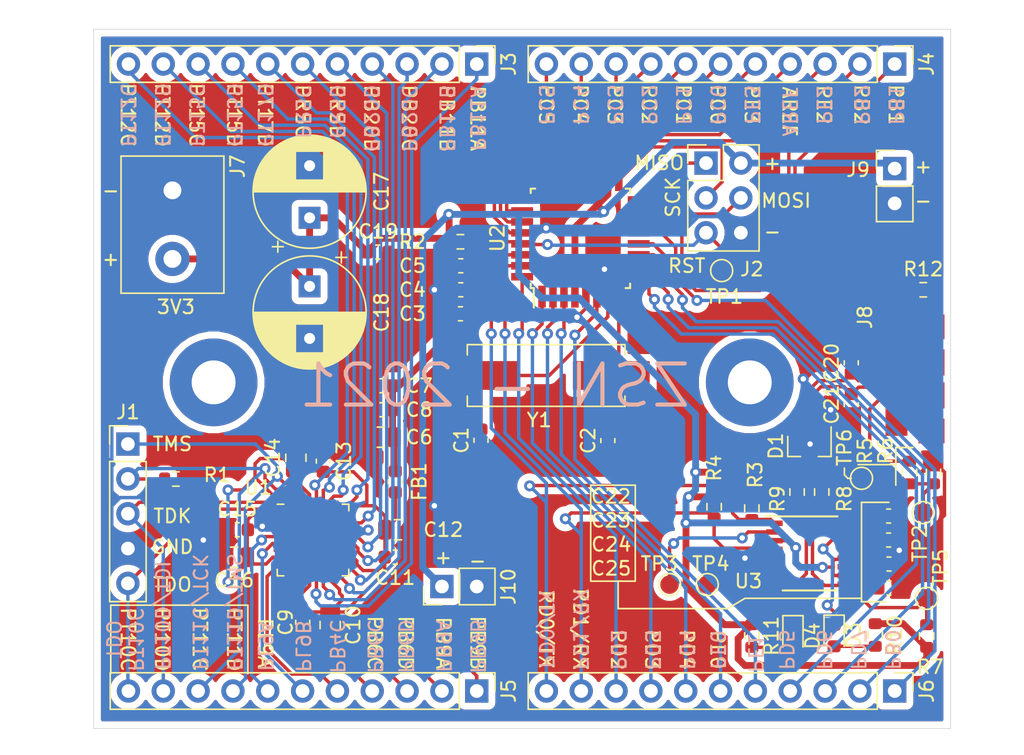
<source format=kicad_pcb>
(kicad_pcb (version 20171130) (host pcbnew 5.1.9)
  (layers (0 F.Cu signal) (31 B.Cu signal) (34 B.Paste user) (35 F.Paste user) (36 B.SilkS user) (37 F.SilkS user) (38 B.Mask user) (39 F.Mask user) (44 Edge.Cuts user))
  (net 0 "")
  (net 1 "Net-(C1-Pad2)")
  (net 2 GND)
  (net 3 "Net-(C2-Pad2)")
  (net 4 +3V3)
  (net 5 +3.3VP)
  (net 6 "Net-(D3-Pad2)")
  (net 7 "Net-(D3-Pad1)")
  (net 8 "Net-(D4-Pad2)")
  (net 9 "Net-(D4-Pad1)")
  (net 10 TDO)
  (net 11 TDI)
  (net 12 TCK)
  (net 13 TMS)
  (net 14 AT328_RST)
  (net 15 ISP_MOSI)
  (net 16 ISP_SCK)
  (net 17 ISP_MISO)
  (net 18 PT12C)
  (net 19 PT12D)
  (net 20 PT15C)
  (net 21 PT15D)
  (net 22 PT17D)
  (net 23 PR5C)
  (net 24 PR5D)
  (net 25 PB20D)
  (net 26 PB20C)
  (net 27 PB11B)
  (net 28 PB11A)
  (net 29 FT230XS_RXD)
  (net 30 FT230XS_TXD)
  (net 31 PC5)
  (net 32 PC4)
  (net 33 PC3)
  (net 34 PC2)
  (net 35 PC1)
  (net 36 PC0)
  (net 37 PB2)
  (net 38 PB1)
  (net 39 PB0)
  (net 40 PL9A)
  (net 41 PL9B)
  (net 42 PB4C)
  (net 43 PB6C)
  (net 44 PB6D)
  (net 45 PB9A)
  (net 46 PB9B)
  (net 47 AREF)
  (net 48 PE3)
  (net 49 PE2)
  (net 50 PE1)
  (net 51 PE0)
  (net 52 PD7)
  (net 53 PD6)
  (net 54 PD5)
  (net 55 PD4)
  (net 56 PD3)
  (net 57 PD2)
  (net 58 "Net-(J8-Pad6)")
  (net 59 "Net-(J8-Pad4)")
  (net 60 "Net-(J8-Pad1)")
  (net 61 VBUS_SENSE)
  (net 62 "Net-(R7-Pad2)")
  (net 63 "Net-(TP3-Pad~)")
  (net 64 "Net-(TP4-Pad~)")
  (net 65 "Net-(TP6-Pad~)")
  (net 66 /USB-)
  (net 67 /USB+)
  (net 68 /USBD_N)
  (net 69 /USBD_P)
  (module Connector_PinHeader_2.54mm:PinHeader_1x02_P2.54mm_Vertical (layer F.Cu) (at 25.4 40.64 90)
    (fp_text reference J10 (at 0 4.85 90) (layer F.SilkS))
    (fp_text value Conn_01x02)
    (pad 2 thru_hole oval (at 0 2.54 90) (size 1.7 1.7) (drill 1) (layers *.Cu *.Mask) (net 2 GND))
    (pad 1 thru_hole rect (at 0 0 90) (size 1.7 1.7) (drill 1) (layers *.Cu *.Mask) (net 4 +3V3))
  )
  (module Connector_PinHeader_2.54mm:PinHeader_1x02_P2.54mm_Vertical (layer F.Cu) (at 58.42 10.16)
    (fp_text reference J9 (at -2.67 0.09) (layer F.SilkS))
    (fp_text value Conn_01x02)
    (pad 2 thru_hole oval (at 0 2.54) (size 1.7 1.7) (drill 1) (layers *.Cu *.Mask) (net 2 GND))
    (pad 1 thru_hole rect (at 0 0) (size 1.7 1.7) (drill 1) (layers *.Cu *.Mask) (net 4 +3V3))
  )
  (module z1_rtc_v3:test_point_smd_circ (layer F.Cu) (at 45.8 17.6)
    (fp_text reference TP1 (at 0.2 1.9) (layer F.SilkS))
    (fp_text value testpoint_smd_circ)
    (pad ~ smd circle (at 0 0) (size 1.35 1.35) (layers F.Cu F.Paste F.Mask) (net 14 AT328_RST))
  )
  (module z1_rtc_v3:test_point_smd_circ (layer F.Cu) (at 60.5 35.25)
    (fp_text reference TP2 (at -0.25 2.25 90) (layer F.SilkS))
    (fp_text value testpoint_smd_circ)
    (pad ~ smd circle (at 0 0) (size 1.35 1.35) (layers F.Cu F.Paste F.Mask) (net 61 VBUS_SENSE))
  )
  (module LED_SMD:LED_0603_1608Metric (layer F.Cu) (at 51 44.25 270)
    (fp_text reference D4 (at 0 -1.43 90) (layer F.SilkS))
    (fp_text value green)
    (pad 2 smd roundrect (at 0.7875 0 270) (size 0.875 0.95) (layers F.Cu F.Paste F.Mask) (net 8 "Net-(D4-Pad2)"))
    (pad 1 smd roundrect (at -0.7875 0 270) (size 0.875 0.95) (layers F.Cu F.Paste F.Mask) (net 9 "Net-(D4-Pad1)"))
  )
  (module LED_SMD:LED_0603_1608Metric (layer F.Cu) (at 54 44.2125 270)
    (fp_text reference D3 (at 0 -1.43 90) (layer F.SilkS))
    (fp_text value green)
    (pad 2 smd roundrect (at 0.7875 0 270) (size 0.875 0.95) (layers F.Cu F.Paste F.Mask) (net 6 "Net-(D3-Pad2)"))
    (pad 1 smd roundrect (at -0.7875 0 270) (size 0.875 0.95) (layers F.Cu F.Paste F.Mask) (net 7 "Net-(D3-Pad1)"))
  )
  (module MountingHole:MountingHole_3.2mm_M3_Pad_TopBottom (layer F.Cu) (at 8.75 25.75)
    (fp_text reference " " (at 0 -4.2) (layer F.SilkS))
    (fp_text value MountingHole_3.2mm_M3_Pad_TopBottom)
    (pad 1 connect circle (at 0 0) (size 6.4 6.4) (layers B.Cu B.Mask))
    (pad 1 connect circle (at 0 0) (size 6.4 6.4) (layers F.Cu F.Mask))
    (pad 1 thru_hole circle (at 0 0) (size 3.6 3.6) (drill 3.2) (layers *.Cu *.Mask))
  )
  (module MountingHole:MountingHole_3.2mm_M3_Pad_TopBottom (layer F.Cu) (at 47.85 25.75)
    (fp_text reference " " (at 0 -4.2) (layer F.SilkS))
    (fp_text value MountingHole_3.2mm_M3_Pad_TopBottom)
    (pad 1 connect circle (at 0 0) (size 6.4 6.4) (layers B.Cu B.Mask))
    (pad 1 connect circle (at 0 0) (size 6.4 6.4) (layers F.Cu F.Mask))
    (pad 1 thru_hole circle (at 0 0) (size 3.6 3.6) (drill 3.2) (layers *.Cu *.Mask))
  )
  (module z1_rtc_v3:ABLS-8.000MHZ-20-B-3-H-T (layer F.Cu) (at 33 25.25)
    (fp_text reference Y1 (at -0.5 3.25) (layer F.SilkS))
    (fp_text value Crystal_Small)
    (pad 2 smd rect (at 4.75 0) (size 5.6 2.1) (layers F.Cu F.Paste F.Mask) (net 3 "Net-(C2-Pad2)"))
    (pad 1 smd rect (at -4.75 0) (size 5.6 2.1) (layers F.Cu F.Paste F.Mask) (net 1 "Net-(C1-Pad2)"))
  )
  (module Package_SO:SSOP-16_3.9x4.9mm_P0.635mm (layer F.Cu) (at 52.25 38.25)
    (fp_text reference U3 (at -4.5 2) (layer F.SilkS))
    (fp_text value FT230XS)
    (pad 16 smd rect (at 2.6 -2.2225) (size 1.2 0.4) (layers F.Cu F.Paste F.Mask) (net 65 "Net-(TP6-Pad~)"))
    (pad 15 smd rect (at 2.6 -1.5875) (size 1.2 0.4) (layers F.Cu F.Paste F.Mask) (net 61 VBUS_SENSE))
    (pad 14 smd rect (at 2.6 -0.9525) (size 1.2 0.4) (layers F.Cu F.Paste F.Mask) (net 7 "Net-(D3-Pad1)"))
    (pad 13 smd rect (at 2.6 -0.3175) (size 1.2 0.4) (layers F.Cu F.Paste F.Mask) (net 2 GND))
    (pad 12 smd rect (at 2.6 0.3175) (size 1.2 0.4) (layers F.Cu F.Paste F.Mask) (net 4 +3V3))
    (pad 11 smd rect (at 2.6 0.9525) (size 1.2 0.4) (layers F.Cu F.Paste F.Mask) (net 62 "Net-(R7-Pad2)"))
    (pad 10 smd rect (at 2.6 1.5875) (size 1.2 0.4) (layers F.Cu F.Paste F.Mask) (net 4 +3V3))
    (pad 9 smd rect (at 2.6 2.2225) (size 1.2 0.4) (layers F.Cu F.Paste F.Mask) (net 68 /USBD_N))
    (pad 8 smd rect (at -2.6 2.2225) (size 1.2 0.4) (layers F.Cu F.Paste F.Mask) (net 69 /USBD_P))
    (pad 7 smd rect (at -2.6 1.5875) (size 1.2 0.4) (layers F.Cu F.Paste F.Mask) (net 9 "Net-(D4-Pad1)"))
    (pad 6 smd rect (at -2.6 0.9525) (size 1.2 0.4) (layers F.Cu F.Paste F.Mask) (net 64 "Net-(TP4-Pad~)"))
    (pad 5 smd rect (at -2.6 0.3175) (size 1.2 0.4) (layers F.Cu F.Paste F.Mask) (net 2 GND))
    (pad 4 smd rect (at -2.6 -0.3175) (size 1.2 0.4) (layers F.Cu F.Paste F.Mask) (net 29 FT230XS_RXD))
    (pad 3 smd rect (at -2.6 -0.9525) (size 1.2 0.4) (layers F.Cu F.Paste F.Mask) (net 4 +3V3))
    (pad 2 smd rect (at -2.6 -1.5875) (size 1.2 0.4) (layers F.Cu F.Paste F.Mask) (net 63 "Net-(TP3-Pad~)"))
    (pad 1 smd rect (at -2.6 -2.2225) (size 1.2 0.4) (layers F.Cu F.Paste F.Mask) (net 30 FT230XS_TXD))
  )
  (module Package_QFP:TQFP-32_7x7mm_P0.8mm (layer F.Cu) (at 35.5 15.25 90)
    (fp_text reference U2 (at 0 -6.05 90) (layer F.SilkS))
    (fp_text value ATmega328PB-AU)
    (pad 32 smd rect (at -2.8 -4.25 180) (size 1.6 0.55) (layers F.Cu F.Paste F.Mask) (net 57 PD2))
    (pad 31 smd rect (at -2 -4.25 180) (size 1.6 0.55) (layers F.Cu F.Paste F.Mask) (net 29 FT230XS_RXD))
    (pad 30 smd rect (at -1.2 -4.25 180) (size 1.6 0.55) (layers F.Cu F.Paste F.Mask) (net 30 FT230XS_TXD))
    (pad 29 smd rect (at -0.4 -4.25 180) (size 1.6 0.55) (layers F.Cu F.Paste F.Mask) (net 14 AT328_RST))
    (pad 28 smd rect (at 0.4 -4.25 180) (size 1.6 0.55) (layers F.Cu F.Paste F.Mask) (net 31 PC5))
    (pad 27 smd rect (at 1.2 -4.25 180) (size 1.6 0.55) (layers F.Cu F.Paste F.Mask) (net 32 PC4))
    (pad 26 smd rect (at 2 -4.25 180) (size 1.6 0.55) (layers F.Cu F.Paste F.Mask) (net 33 PC3))
    (pad 25 smd rect (at 2.8 -4.25 180) (size 1.6 0.55) (layers F.Cu F.Paste F.Mask) (net 34 PC2))
    (pad 24 smd rect (at 4.25 -2.8 90) (size 1.6 0.55) (layers F.Cu F.Paste F.Mask) (net 35 PC1))
    (pad 23 smd rect (at 4.25 -2 90) (size 1.6 0.55) (layers F.Cu F.Paste F.Mask) (net 36 PC0))
    (pad 22 smd rect (at 4.25 -1.2 90) (size 1.6 0.55) (layers F.Cu F.Paste F.Mask) (net 48 PE3))
    (pad 21 smd rect (at 4.25 -0.4 90) (size 1.6 0.55) (layers F.Cu F.Paste F.Mask) (net 2 GND))
    (pad 20 smd rect (at 4.25 0.4 90) (size 1.6 0.55) (layers F.Cu F.Paste F.Mask) (net 47 AREF))
    (pad 19 smd rect (at 4.25 1.2 90) (size 1.6 0.55) (layers F.Cu F.Paste F.Mask) (net 49 PE2))
    (pad 18 smd rect (at 4.25 2 90) (size 1.6 0.55) (layers F.Cu F.Paste F.Mask) (net 4 +3V3))
    (pad 17 smd rect (at 4.25 2.8 90) (size 1.6 0.55) (layers F.Cu F.Paste F.Mask) (net 16 ISP_SCK))
    (pad 16 smd rect (at 2.8 4.25 180) (size 1.6 0.55) (layers F.Cu F.Paste F.Mask) (net 17 ISP_MISO))
    (pad 15 smd rect (at 2 4.25 180) (size 1.6 0.55) (layers F.Cu F.Paste F.Mask) (net 15 ISP_MOSI))
    (pad 14 smd rect (at 1.2 4.25 180) (size 1.6 0.55) (layers F.Cu F.Paste F.Mask) (net 37 PB2))
    (pad 13 smd rect (at 0.4 4.25 180) (size 1.6 0.55) (layers F.Cu F.Paste F.Mask) (net 38 PB1))
    (pad 12 smd rect (at -0.4 4.25 180) (size 1.6 0.55) (layers F.Cu F.Paste F.Mask) (net 39 PB0))
    (pad 11 smd rect (at -1.2 4.25 180) (size 1.6 0.55) (layers F.Cu F.Paste F.Mask) (net 52 PD7))
    (pad 10 smd rect (at -2 4.25 180) (size 1.6 0.55) (layers F.Cu F.Paste F.Mask) (net 53 PD6))
    (pad 9 smd rect (at -2.8 4.25 180) (size 1.6 0.55) (layers F.Cu F.Paste F.Mask) (net 54 PD5))
    (pad 8 smd rect (at -4.25 2.8 90) (size 1.6 0.55) (layers F.Cu F.Paste F.Mask) (net 3 "Net-(C2-Pad2)"))
    (pad 7 smd rect (at -4.25 2 90) (size 1.6 0.55) (layers F.Cu F.Paste F.Mask) (net 1 "Net-(C1-Pad2)"))
    (pad 6 smd rect (at -4.25 1.2 90) (size 1.6 0.55) (layers F.Cu F.Paste F.Mask) (net 50 PE1))
    (pad 5 smd rect (at -4.25 0.4 90) (size 1.6 0.55) (layers F.Cu F.Paste F.Mask) (net 2 GND))
    (pad 4 smd rect (at -4.25 -0.4 90) (size 1.6 0.55) (layers F.Cu F.Paste F.Mask) (net 4 +3V3))
    (pad 3 smd rect (at -4.25 -1.2 90) (size 1.6 0.55) (layers F.Cu F.Paste F.Mask) (net 51 PE0))
    (pad 2 smd rect (at -4.25 -2 90) (size 1.6 0.55) (layers F.Cu F.Paste F.Mask) (net 55 PD4))
    (pad 1 smd rect (at -4.25 -2.8 90) (size 1.6 0.55) (layers F.Cu F.Paste F.Mask) (net 56 PD3))
  )
  (module Package_DFN_QFN:QFN-32-1EP_5x5mm_P0.5mm_EP3.1x3.1mm (layer F.Cu) (at 16 37.25)
    (fp_text reference U1 (at -4 -3.82) (layer F.SilkS))
    (fp_text value LCMXO2-1200HC-4SG32C)
    (pad 33 smd rect (at 0 0) (size 3.1 3.1) (layers F.Cu F.Mask))
    (pad 32 smd roundrect (at -1.75 -2.4375) (size 0.25 0.875) (layers F.Cu F.Paste F.Mask) (net 11 TDI))
    (pad 31 smd roundrect (at -1.25 -2.4375) (size 0.25 0.875) (layers F.Cu F.Paste F.Mask) (net 5 +3.3VP))
    (pad 30 smd roundrect (at -0.75 -2.4375) (size 0.25 0.875) (layers F.Cu F.Paste F.Mask) (net 12 TCK))
    (pad 29 smd roundrect (at -0.25 -2.4375) (size 0.25 0.875) (layers F.Cu F.Paste F.Mask) (net 13 TMS))
    (pad 28 smd roundrect (at 0.25 -2.4375) (size 0.25 0.875) (layers F.Cu F.Paste F.Mask) (net 18 PT12C))
    (pad 27 smd roundrect (at 0.75 -2.4375) (size 0.25 0.875) (layers F.Cu F.Paste F.Mask) (net 19 PT12D))
    (pad 26 smd roundrect (at 1.25 -2.4375) (size 0.25 0.875) (layers F.Cu F.Paste F.Mask) (net 20 PT15C))
    (pad 25 smd roundrect (at 1.75 -2.4375) (size 0.25 0.875) (layers F.Cu F.Paste F.Mask) (net 21 PT15D))
    (pad 24 smd roundrect (at 2.4375 -1.75) (size 0.875 0.25) (layers F.Cu F.Paste F.Mask) (net 5 +3.3VP))
    (pad 23 smd roundrect (at 2.4375 -1.25) (size 0.875 0.25) (layers F.Cu F.Paste F.Mask) (net 22 PT17D))
    (pad 22 smd roundrect (at 2.4375 -0.75) (size 0.875 0.25) (layers F.Cu F.Paste F.Mask) (net 2 GND))
    (pad 21 smd roundrect (at 2.4375 -0.25) (size 0.875 0.25) (layers F.Cu F.Paste F.Mask) (net 23 PR5C))
    (pad 20 smd roundrect (at 2.4375 0.25) (size 0.875 0.25) (layers F.Cu F.Paste F.Mask) (net 24 PR5D))
    (pad 19 smd roundrect (at 2.4375 0.75) (size 0.875 0.25) (layers F.Cu F.Paste F.Mask) (net 5 +3.3VP))
    (pad 18 smd roundrect (at 2.4375 1.25) (size 0.875 0.25) (layers F.Cu F.Paste F.Mask) (net 5 +3.3VP))
    (pad 17 smd roundrect (at 2.4375 1.75) (size 0.875 0.25) (layers F.Cu F.Paste F.Mask) (net 25 PB20D))
    (pad 16 smd roundrect (at 1.75 2.4375) (size 0.25 0.875) (layers F.Cu F.Paste F.Mask) (net 26 PB20C))
    (pad 15 smd roundrect (at 1.25 2.4375) (size 0.25 0.875) (layers F.Cu F.Paste F.Mask) (net 5 +3.3VP))
    (pad 14 smd roundrect (at 0.75 2.4375) (size 0.25 0.875) (layers F.Cu F.Paste F.Mask) (net 27 PB11B))
    (pad 13 smd roundrect (at 0.25 2.4375) (size 0.25 0.875) (layers F.Cu F.Paste F.Mask) (net 28 PB11A))
    (pad 12 smd roundrect (at -0.25 2.4375) (size 0.25 0.875) (layers F.Cu F.Paste F.Mask) (net 46 PB9B))
    (pad 11 smd roundrect (at -0.75 2.4375) (size 0.25 0.875) (layers F.Cu F.Paste F.Mask) (net 45 PB9A))
    (pad 10 smd roundrect (at -1.25 2.4375) (size 0.25 0.875) (layers F.Cu F.Paste F.Mask) (net 44 PB6D))
    (pad 9 smd roundrect (at -1.75 2.4375) (size 0.25 0.875) (layers F.Cu F.Paste F.Mask) (net 43 PB6C))
    (pad 8 smd roundrect (at -2.4375 1.75) (size 0.875 0.25) (layers F.Cu F.Paste F.Mask) (net 42 PB4C))
    (pad 7 smd roundrect (at -2.4375 1.25) (size 0.875 0.25) (layers F.Cu F.Paste F.Mask) (net 5 +3.3VP))
    (pad 6 smd roundrect (at -2.4375 0.75) (size 0.875 0.25) (layers F.Cu F.Paste F.Mask) (net 5 +3.3VP))
    (pad 5 smd roundrect (at -2.4375 0.25) (size 0.875 0.25) (layers F.Cu F.Paste F.Mask) (net 41 PL9B))
    (pad 4 smd roundrect (at -2.4375 -0.25) (size 0.875 0.25) (layers F.Cu F.Paste F.Mask) (net 40 PL9A))
    (pad 3 smd roundrect (at -2.4375 -0.75) (size 0.875 0.25) (layers F.Cu F.Paste F.Mask) (net 2 GND))
    (pad 2 smd roundrect (at -2.4375 -1.25) (size 0.875 0.25) (layers F.Cu F.Paste F.Mask) (net 5 +3.3VP))
    (pad 1 smd roundrect (at -2.4375 -1.75) (size 0.875 0.25) (layers F.Cu F.Paste F.Mask) (net 10 TDO))
  )
  (module z1_rtc_v3:test_point_smd_circ (layer F.Cu) (at 56 32.75)
    (fp_text reference TP6 (at -1.25 -2.25 90) (layer F.SilkS))
    (fp_text value testpoint_smd_circ)
    (pad ~ smd circle (at 0 0) (size 1.35 1.35) (layers F.Cu F.Paste F.Mask) (net 65 "Net-(TP6-Pad~)"))
  )
  (module z1_rtc_v3:test_point_smd_circ (layer F.Cu) (at 60.75 41.5)
    (fp_text reference TP5 (at 1 -2.25 90) (layer F.SilkS))
    (fp_text value testpoint_smd_circ)
    (pad ~ smd circle (at 0 0) (size 1.35 1.35) (layers F.Cu F.Paste F.Mask) (net 62 "Net-(R7-Pad2)"))
  )
  (module z1_rtc_v3:test_point_smd_circ (layer F.Cu) (at 44.75 40.5)
    (fp_text reference TP4 (at 0.254 -1.524) (layer F.SilkS))
    (fp_text value testpoint_smd_circ)
    (pad ~ smd circle (at 0 0) (size 1.35 1.35) (layers F.Cu F.Paste F.Mask) (net 64 "Net-(TP4-Pad~)"))
  )
  (module z1_rtc_v3:test_point_smd_circ (layer F.Cu) (at 42 40.5)
    (fp_text reference TP3 (at -0.75 -1.524) (layer F.SilkS))
    (fp_text value testpoint_smd_circ)
    (pad ~ smd circle (at 0 0) (size 1.35 1.35) (layers F.Cu F.Paste F.Mask) (net 63 "Net-(TP3-Pad~)"))
  )
  (module Resistor_SMD:R_0603_1608Metric (layer F.Cu) (at 60.5 19 180)
    (fp_text reference R12 (at 0 1.5) (layer F.SilkS))
    (fp_text value 0R)
    (pad 2 smd roundrect (at 0.825 0 180) (size 0.8 0.95) (layers F.Cu F.Paste F.Mask) (net 2 GND))
    (pad 1 smd roundrect (at -0.825 0 180) (size 0.8 0.95) (layers F.Cu F.Paste F.Mask) (net 58 "Net-(J8-Pad6)"))
  )
  (module Resistor_SMD:R_0603_1608Metric (layer F.Cu) (at 48 44.25 270)
    (fp_text reference R11 (at 0 -1.43 90) (layer F.SilkS))
    (fp_text value 270R)
    (pad 2 smd roundrect (at 0.825 0 270) (size 0.8 0.95) (layers F.Cu F.Paste F.Mask) (net 8 "Net-(D4-Pad2)"))
    (pad 1 smd roundrect (at -0.825 0 270) (size 0.8 0.95) (layers F.Cu F.Paste F.Mask) (net 4 +3V3))
  )
  (module Resistor_SMD:R_0603_1608Metric (layer F.Cu) (at 57 44.175 270)
    (fp_text reference R10 (at 0 -1.43 90) (layer F.SilkS))
    (fp_text value 270R)
    (pad 2 smd roundrect (at 0.825 0 270) (size 0.8 0.95) (layers F.Cu F.Paste F.Mask) (net 6 "Net-(D3-Pad2)"))
    (pad 1 smd roundrect (at -0.825 0 270) (size 0.8 0.95) (layers F.Cu F.Paste F.Mask) (net 4 +3V3))
  )
  (module Resistor_SMD:R_0603_1608Metric (layer F.Cu) (at 51.3 33.75 90)
    (fp_text reference R9 (at -0.5 -1.43 90) (layer F.SilkS))
    (fp_text value 27R)
    (pad 2 smd roundrect (at 0.825 0 90) (size 0.8 0.95) (layers F.Cu F.Paste F.Mask) (net 66 /USB-))
    (pad 1 smd roundrect (at -0.825 0 90) (size 0.8 0.95) (layers F.Cu F.Paste F.Mask) (net 69 /USBD_P))
  )
  (module Resistor_SMD:R_0603_1608Metric (layer F.Cu) (at 53.1 33.75 90)
    (fp_text reference R8 (at -0.5 1.65 90) (layer F.SilkS))
    (fp_text value 27R)
    (pad 2 smd roundrect (at 0.825 0 90) (size 0.8 0.95) (layers F.Cu F.Paste F.Mask) (net 67 /USB+))
    (pad 1 smd roundrect (at -0.825 0 90) (size 0.8 0.95) (layers F.Cu F.Paste F.Mask) (net 68 /USBD_N))
  )
  (module Resistor_SMD:R_0603_1608Metric (layer F.Cu) (at 60.75 44.25 90)
    (fp_text reference R7 (at -2.25 0.25 180) (layer F.SilkS))
    (fp_text value 10k)
    (pad 2 smd roundrect (at 0.825 0 90) (size 0.8 0.95) (layers F.Cu F.Paste F.Mask) (net 62 "Net-(R7-Pad2)"))
    (pad 1 smd roundrect (at -0.825 0 90) (size 0.8 0.95) (layers F.Cu F.Paste F.Mask) (net 4 +3V3))
  )
  (module Resistor_SMD:R_0603_1608Metric (layer F.Cu) (at 61.25 32.325 90)
    (fp_text reference R6 (at 1.575 -3.5 90) (layer F.SilkS))
    (fp_text value 10k)
    (pad 2 smd roundrect (at 0.825 0 90) (size 0.8 0.95) (layers F.Cu F.Paste F.Mask) (net 2 GND))
    (pad 1 smd roundrect (at -0.825 0 90) (size 0.8 0.95) (layers F.Cu F.Paste F.Mask) (net 61 VBUS_SENSE))
  )
  (module Resistor_SMD:R_0603_1608Metric (layer F.Cu) (at 59.5 32.325 90)
    (fp_text reference R5 (at 1.575 -3.25 90) (layer F.SilkS))
    (fp_text value 4.7k)
    (pad 2 smd roundrect (at 0.825 0 90) (size 0.8 0.95) (layers F.Cu F.Paste F.Mask) (net 60 "Net-(J8-Pad1)"))
    (pad 1 smd roundrect (at -0.825 0 90) (size 0.8 0.95) (layers F.Cu F.Paste F.Mask) (net 61 VBUS_SENSE))
  )
  (module Resistor_SMD:R_0603_1608Metric (layer F.Cu) (at 45.25 34.825 270)
    (fp_text reference R4 (at -2.825 0 90) (layer F.SilkS))
    (fp_text value 10k)
    (pad 2 smd roundrect (at 0.825 0 270) (size 0.8 0.95) (layers F.Cu F.Paste F.Mask) (net 29 FT230XS_RXD))
    (pad 1 smd roundrect (at -0.825 0 270) (size 0.8 0.95) (layers F.Cu F.Paste F.Mask) (net 4 +3V3))
  )
  (module Resistor_SMD:R_0603_1608Metric (layer F.Cu) (at 48 34.925 270)
    (fp_text reference R3 (at -2.425 -0.25 90) (layer F.SilkS))
    (fp_text value 10k)
    (pad 2 smd roundrect (at 0.825 0 270) (size 0.8 0.95) (layers F.Cu F.Paste F.Mask) (net 30 FT230XS_TXD))
    (pad 1 smd roundrect (at -0.825 0 270) (size 0.8 0.95) (layers F.Cu F.Paste F.Mask) (net 4 +3V3))
  )
  (module Resistor_SMD:R_0603_1608Metric (layer F.Cu) (at 26.75 15.5)
    (fp_text reference R2 (at -3.5 0) (layer F.SilkS))
    (fp_text value 10k)
    (pad 2 smd roundrect (at 0.825 0) (size 0.8 0.95) (layers F.Cu F.Paste F.Mask) (net 14 AT328_RST))
    (pad 1 smd roundrect (at -0.825 0) (size 0.8 0.95) (layers F.Cu F.Paste F.Mask) (net 4 +3V3))
  )
  (module Resistor_SMD:R_0603_1608Metric (layer F.Cu) (at 6 32.8)
    (fp_text reference R1 (at 3 -0.3) (layer F.SilkS))
    (fp_text value 4.7k)
    (pad 2 smd roundrect (at 0.825 0) (size 0.8 0.95) (layers F.Cu F.Paste F.Mask) (net 2 GND))
    (pad 1 smd roundrect (at -0.825 0) (size 0.8 0.95) (layers F.Cu F.Paste F.Mask) (net 12 TCK))
  )
  (module z1_rtc_v3:10118192-0001LF (layer F.Cu) (at 57.75 25.5 90)
    (fp_text reference J8 (at 4.5 -1.5 90) (layer F.SilkS))
    (fp_text value USB_B_Micro)
    (pad 6 smd rect (at 1.2 3.35 90) (size 1.9 1.9) (layers F.Cu F.Paste F.Mask) (net 58 "Net-(J8-Pad6)"))
    (pad 6 smd rect (at -1.2 3.35 90) (size 1.9 1.9) (layers F.Cu F.Paste F.Mask) (net 58 "Net-(J8-Pad6)"))
    (pad 6 smd rect (at 3.8 3.35 270) (size 1.8 1.9) (layers F.Cu F.Paste F.Mask) (net 58 "Net-(J8-Pad6)"))
    (pad 6 smd rect (at -3.8 3.35 90) (size 1.8 1.9) (layers F.Cu F.Paste F.Mask) (net 58 "Net-(J8-Pad6)"))
    (pad 6 smd rect (at -3.1 0.8 90) (size 2.1 1.6) (layers F.Cu F.Paste F.Mask) (net 58 "Net-(J8-Pad6)"))
    (pad 6 smd rect (at 3.1 0.8 90) (size 2.1 1.6) (layers F.Cu F.Paste F.Mask) (net 58 "Net-(J8-Pad6)"))
    (pad 5 smd rect (at 1.3 0.675 90) (size 0.4 1.35) (layers F.Cu F.Paste F.Mask) (net 2 GND))
    (pad 4 smd rect (at 0.65 0.675 90) (size 0.4 1.35) (layers F.Cu F.Paste F.Mask) (net 59 "Net-(J8-Pad4)"))
    (pad 3 smd rect (at -0.008 0.675 90) (size 0.4 1.35) (layers F.Cu F.Paste F.Mask) (net 66 /USB-))
    (pad 2 smd rect (at -0.65 0.675 90) (size 0.4 1.35) (layers F.Cu F.Paste F.Mask) (net 67 /USB+))
    (pad 1 smd rect (at -1.3 0.675 90) (size 0.4 1.35) (layers F.Cu F.Paste F.Mask) (net 60 "Net-(J8-Pad1)"))
  )
  (module z1_rtc_v3:691137710002 (layer F.Cu) (at 5.75 14.25 270)
    (fp_text reference J7 (at -4.25 -4.75 90) (layer F.SilkS))
    (fp_text value 691137710002)
    (pad 2 thru_hole circle (at 2.5 0 270) (size 2.5 2.5) (drill 1.3) (layers *.Cu *.Mask) (net 4 +3V3))
    (pad 1 thru_hole circle (at -2.5 0 270) (size 2.5 2.5) (drill 1.3) (layers *.Cu *.Mask) (net 2 GND))
  )
  (module Connector_PinHeader_2.54mm:PinHeader_1x11_P2.54mm_Vertical (layer F.Cu) (at 58.42 48.26 270)
    (fp_text reference J6 (at 0 -2.33 90) (layer F.SilkS))
    (fp_text value Conn_01x11)
    (pad 11 thru_hole oval (at 0 25.4 270) (size 1.7 1.7) (drill 1) (layers *.Cu *.Mask) (net 30 FT230XS_TXD))
    (pad 10 thru_hole oval (at 0 22.86 270) (size 1.7 1.7) (drill 1) (layers *.Cu *.Mask) (net 29 FT230XS_RXD))
    (pad 9 thru_hole oval (at 0 20.32 270) (size 1.7 1.7) (drill 1) (layers *.Cu *.Mask) (net 57 PD2))
    (pad 8 thru_hole oval (at 0 17.78 270) (size 1.7 1.7) (drill 1) (layers *.Cu *.Mask) (net 56 PD3))
    (pad 7 thru_hole oval (at 0 15.24 270) (size 1.7 1.7) (drill 1) (layers *.Cu *.Mask) (net 55 PD4))
    (pad 6 thru_hole oval (at 0 12.7 270) (size 1.7 1.7) (drill 1) (layers *.Cu *.Mask) (net 51 PE0))
    (pad 5 thru_hole oval (at 0 10.16 270) (size 1.7 1.7) (drill 1) (layers *.Cu *.Mask) (net 50 PE1))
    (pad 4 thru_hole oval (at 0 7.62 270) (size 1.7 1.7) (drill 1) (layers *.Cu *.Mask) (net 54 PD5))
    (pad 3 thru_hole oval (at 0 5.08 270) (size 1.7 1.7) (drill 1) (layers *.Cu *.Mask) (net 53 PD6))
    (pad 2 thru_hole oval (at 0 2.54 270) (size 1.7 1.7) (drill 1) (layers *.Cu *.Mask) (net 52 PD7))
    (pad 1 thru_hole rect (at 0 0 270) (size 1.7 1.7) (drill 1) (layers *.Cu *.Mask) (net 39 PB0))
  )
  (module Connector_PinHeader_2.54mm:PinHeader_1x11_P2.54mm_Vertical (layer F.Cu) (at 27.94 48.26 270)
    (fp_text reference J5 (at 0 -2.33 90) (layer F.SilkS))
    (fp_text value Conn_01x11)
    (pad 11 thru_hole oval (at 0 25.4 270) (size 1.7 1.7) (drill 1) (layers *.Cu *.Mask) (net 10 TDO))
    (pad 10 thru_hole oval (at 0 22.86 270) (size 1.7 1.7) (drill 1) (layers *.Cu *.Mask) (net 11 TDI))
    (pad 9 thru_hole oval (at 0 20.32 270) (size 1.7 1.7) (drill 1) (layers *.Cu *.Mask) (net 12 TCK))
    (pad 8 thru_hole oval (at 0 17.78 270) (size 1.7 1.7) (drill 1) (layers *.Cu *.Mask) (net 13 TMS))
    (pad 7 thru_hole oval (at 0 15.24 270) (size 1.7 1.7) (drill 1) (layers *.Cu *.Mask) (net 40 PL9A))
    (pad 6 thru_hole oval (at 0 12.7 270) (size 1.7 1.7) (drill 1) (layers *.Cu *.Mask) (net 41 PL9B))
    (pad 5 thru_hole oval (at 0 10.16 270) (size 1.7 1.7) (drill 1) (layers *.Cu *.Mask) (net 42 PB4C))
    (pad 4 thru_hole oval (at 0 7.62 270) (size 1.7 1.7) (drill 1) (layers *.Cu *.Mask) (net 43 PB6C))
    (pad 3 thru_hole oval (at 0 5.08 270) (size 1.7 1.7) (drill 1) (layers *.Cu *.Mask) (net 44 PB6D))
    (pad 2 thru_hole oval (at 0 2.54 270) (size 1.7 1.7) (drill 1) (layers *.Cu *.Mask) (net 45 PB9A))
    (pad 1 thru_hole rect (at 0 0 270) (size 1.7 1.7) (drill 1) (layers *.Cu *.Mask) (net 46 PB9B))
  )
  (module Connector_PinHeader_2.54mm:PinHeader_1x11_P2.54mm_Vertical (layer F.Cu) (at 58.42 2.54 270)
    (fp_text reference J4 (at 0 -2.33 90) (layer F.SilkS))
    (fp_text value Conn_01x11)
    (pad 11 thru_hole oval (at 0 25.4 270) (size 1.7 1.7) (drill 1) (layers *.Cu *.Mask) (net 31 PC5))
    (pad 10 thru_hole oval (at 0 22.86 270) (size 1.7 1.7) (drill 1) (layers *.Cu *.Mask) (net 32 PC4))
    (pad 9 thru_hole oval (at 0 20.32 270) (size 1.7 1.7) (drill 1) (layers *.Cu *.Mask) (net 33 PC3))
    (pad 8 thru_hole oval (at 0 17.78 270) (size 1.7 1.7) (drill 1) (layers *.Cu *.Mask) (net 34 PC2))
    (pad 7 thru_hole oval (at 0 15.24 270) (size 1.7 1.7) (drill 1) (layers *.Cu *.Mask) (net 35 PC1))
    (pad 6 thru_hole oval (at 0 12.7 270) (size 1.7 1.7) (drill 1) (layers *.Cu *.Mask) (net 36 PC0))
    (pad 5 thru_hole oval (at 0 10.16 270) (size 1.7 1.7) (drill 1) (layers *.Cu *.Mask) (net 48 PE3))
    (pad 4 thru_hole oval (at 0 7.62 270) (size 1.7 1.7) (drill 1) (layers *.Cu *.Mask) (net 47 AREF))
    (pad 3 thru_hole oval (at 0 5.08 270) (size 1.7 1.7) (drill 1) (layers *.Cu *.Mask) (net 49 PE2))
    (pad 2 thru_hole oval (at 0 2.54 270) (size 1.7 1.7) (drill 1) (layers *.Cu *.Mask) (net 37 PB2))
    (pad 1 thru_hole rect (at 0 0 270) (size 1.7 1.7) (drill 1) (layers *.Cu *.Mask) (net 38 PB1))
  )
  (module Connector_PinHeader_2.54mm:PinHeader_1x11_P2.54mm_Vertical (layer F.Cu) (at 27.94 2.54 270)
    (fp_text reference J3 (at 0 -2.33 90) (layer F.SilkS))
    (fp_text value Conn_01x11)
    (pad 11 thru_hole oval (at 0 25.4 270) (size 1.7 1.7) (drill 1) (layers *.Cu *.Mask) (net 18 PT12C))
    (pad 10 thru_hole oval (at 0 22.86 270) (size 1.7 1.7) (drill 1) (layers *.Cu *.Mask) (net 19 PT12D))
    (pad 9 thru_hole oval (at 0 20.32 270) (size 1.7 1.7) (drill 1) (layers *.Cu *.Mask) (net 20 PT15C))
    (pad 8 thru_hole oval (at 0 17.78 270) (size 1.7 1.7) (drill 1) (layers *.Cu *.Mask) (net 21 PT15D))
    (pad 7 thru_hole oval (at 0 15.24 270) (size 1.7 1.7) (drill 1) (layers *.Cu *.Mask) (net 22 PT17D))
    (pad 6 thru_hole oval (at 0 12.7 270) (size 1.7 1.7) (drill 1) (layers *.Cu *.Mask) (net 23 PR5C))
    (pad 5 thru_hole oval (at 0 10.16 270) (size 1.7 1.7) (drill 1) (layers *.Cu *.Mask) (net 24 PR5D))
    (pad 4 thru_hole oval (at 0 7.62 270) (size 1.7 1.7) (drill 1) (layers *.Cu *.Mask) (net 25 PB20D))
    (pad 3 thru_hole oval (at 0 5.08 270) (size 1.7 1.7) (drill 1) (layers *.Cu *.Mask) (net 26 PB20C))
    (pad 2 thru_hole oval (at 0 2.54 270) (size 1.7 1.7) (drill 1) (layers *.Cu *.Mask) (net 27 PB11B))
    (pad 1 thru_hole rect (at 0 0 270) (size 1.7 1.7) (drill 1) (layers *.Cu *.Mask) (net 28 PB11A))
  )
  (module Connector_PinHeader_2.54mm:PinHeader_2x03_P2.54mm_Vertical (layer F.Cu) (at 44.66 9.76)
    (fp_text reference J2 (at 3.34 7.74) (layer F.SilkS))
    (fp_text value 61200621621)
    (pad 6 thru_hole oval (at 2.54 5.08) (size 1.7 1.7) (drill 1) (layers *.Cu *.Mask) (net 2 GND))
    (pad 5 thru_hole oval (at 0 5.08) (size 1.7 1.7) (drill 1) (layers *.Cu *.Mask) (net 14 AT328_RST))
    (pad 4 thru_hole oval (at 2.54 2.54) (size 1.7 1.7) (drill 1) (layers *.Cu *.Mask) (net 15 ISP_MOSI))
    (pad 3 thru_hole oval (at 0 2.54) (size 1.7 1.7) (drill 1) (layers *.Cu *.Mask) (net 16 ISP_SCK))
    (pad 2 thru_hole oval (at 2.54 0) (size 1.7 1.7) (drill 1) (layers *.Cu *.Mask) (net 4 +3V3))
    (pad 1 thru_hole rect (at 0 0) (size 1.7 1.7) (drill 1) (layers *.Cu *.Mask) (net 17 ISP_MISO))
  )
  (module Connector_PinHeader_2.54mm:PinHeader_1x05_P2.54mm_Vertical (layer F.Cu) (at 2.5 30.25)
    (fp_text reference J1 (at 0 -2.33) (layer F.SilkS))
    (fp_text value Conn_01x05)
    (pad 5 thru_hole oval (at 0 10.16) (size 1.7 1.7) (drill 1) (layers *.Cu *.Mask) (net 10 TDO))
    (pad 4 thru_hole oval (at 0 7.62) (size 1.7 1.7) (drill 1) (layers *.Cu *.Mask) (net 2 GND))
    (pad 3 thru_hole oval (at 0 5.08) (size 1.7 1.7) (drill 1) (layers *.Cu *.Mask) (net 11 TDI))
    (pad 2 thru_hole oval (at 0 2.54) (size 1.7 1.7) (drill 1) (layers *.Cu *.Mask) (net 12 TCK))
    (pad 1 thru_hole rect (at 0 0) (size 1.7 1.7) (drill 1) (layers *.Cu *.Mask) (net 13 TMS))
  )
  (module Capacitor_SMD:C_0603_1608Metric (layer F.Cu) (at 22 33 90)
    (fp_text reference FB1 (at 0 1.75 90) (layer F.SilkS))
    (fp_text value 33R@100MHz)
    (pad 2 smd roundrect (at 0.775 0 90) (size 0.9 0.95) (layers F.Cu F.Paste F.Mask) (net 4 +3V3))
    (pad 1 smd roundrect (at -0.775 0 90) (size 0.9 0.95) (layers F.Cu F.Paste F.Mask) (net 5 +3.3VP))
  )
  (module Package_TO_SOT_SMD:SOT-23 (layer F.Cu) (at 52.2 30.4 270)
    (fp_text reference D1 (at 0 2.45 90) (layer F.SilkS))
    (fp_text value STS232050UL40)
    (pad 3 smd rect (at 1 0 270) (size 0.9 0.8) (layers F.Cu F.Paste F.Mask) (net 2 GND))
    (pad 2 smd rect (at -1 0.95 270) (size 0.9 0.8) (layers F.Cu F.Paste F.Mask) (net 66 /USB-))
    (pad 1 smd rect (at -1 -0.95 270) (size 0.9 0.8) (layers F.Cu F.Paste F.Mask) (net 67 /USB+))
  )
  (module Capacitor_SMD:C_0603_1608Metric (layer F.Cu) (at 58 40.75)
    (fp_text reference C25 (at -20.25 -1.43) (layer F.SilkS))
    (fp_text value 4.7uF)
    (pad 2 smd roundrect (at 0.775 0) (size 0.9 0.95) (layers F.Cu F.Paste F.Mask) (net 2 GND))
    (pad 1 smd roundrect (at -0.775 0) (size 0.9 0.95) (layers F.Cu F.Paste F.Mask) (net 4 +3V3))
  )
  (module Capacitor_SMD:C_0603_1608Metric (layer F.Cu) (at 58 39)
    (fp_text reference C24 (at -20.25 -1.43) (layer F.SilkS))
    (fp_text value 0.1uF)
    (pad 2 smd roundrect (at 0.775 0) (size 0.9 0.95) (layers F.Cu F.Paste F.Mask) (net 2 GND))
    (pad 1 smd roundrect (at -0.775 0) (size 0.9 0.95) (layers F.Cu F.Paste F.Mask) (net 4 +3V3))
  )
  (module Capacitor_SMD:C_0603_1608Metric (layer F.Cu) (at 57.975 37.25)
    (fp_text reference C23 (at -20.25 -1.43) (layer F.SilkS))
    (fp_text value 0.1uF)
    (pad 2 smd roundrect (at 0.775 0) (size 0.9 0.95) (layers F.Cu F.Paste F.Mask) (net 2 GND))
    (pad 1 smd roundrect (at -0.775 0) (size 0.9 0.95) (layers F.Cu F.Paste F.Mask) (net 4 +3V3))
  )
  (module Capacitor_SMD:C_0603_1608Metric (layer F.Cu) (at 57.975 35.5)
    (fp_text reference C22 (at -20.25 -1.43) (layer F.SilkS))
    (fp_text value 0.1uF)
    (pad 2 smd roundrect (at 0.775 0) (size 0.9 0.95) (layers F.Cu F.Paste F.Mask) (net 2 GND))
    (pad 1 smd roundrect (at -0.775 0) (size 0.9 0.95) (layers F.Cu F.Paste F.Mask) (net 4 +3V3))
  )
  (module Capacitor_SMD:C_0603_1608Metric (layer F.Cu) (at 55.25 27.375 90)
    (fp_text reference C21 (at 0 -1.43 90) (layer F.SilkS))
    (fp_text value 47pF)
    (pad 2 smd roundrect (at 0.775 0 90) (size 0.9 0.95) (layers F.Cu F.Paste F.Mask) (net 67 /USB+))
    (pad 1 smd roundrect (at -0.775 0 90) (size 0.9 0.95) (layers F.Cu F.Paste F.Mask) (net 2 GND))
  )
  (module Capacitor_SMD:C_0603_1608Metric (layer F.Cu) (at 55.25 24.325 90)
    (fp_text reference C20 (at 0 -1.43 90) (layer F.SilkS))
    (fp_text value 47pF)
    (pad 2 smd roundrect (at 0.775 0 90) (size 0.9 0.95) (layers F.Cu F.Paste F.Mask) (net 2 GND))
    (pad 1 smd roundrect (at -0.775 0 90) (size 0.9 0.95) (layers F.Cu F.Paste F.Mask) (net 66 /USB-))
  )
  (module Capacitor_SMD:C_0603_1608Metric (layer F.Cu) (at 20.725 16.25)
    (fp_text reference C19 (at 0.025 -1.5 180) (layer F.SilkS))
    (fp_text value 0.1uF)
    (pad 2 smd roundrect (at 0.775 0) (size 0.9 0.95) (layers F.Cu F.Paste F.Mask) (net 2 GND))
    (pad 1 smd roundrect (at -0.775 0) (size 0.9 0.95) (layers F.Cu F.Paste F.Mask) (net 4 +3V3))
  )
  (module Capacitor_THT:CP_Radial_D8.0mm_P3.80mm (layer F.Cu) (at 15.75 18.75 270)
    (fp_text reference C18 (at 1.9 -5.25 90) (layer F.SilkS))
    (fp_text value 10uF)
    (pad 2 thru_hole circle (at 3.8 0 270) (size 1.6 1.6) (drill 0.8) (layers *.Cu *.Mask) (net 2 GND))
    (pad 1 thru_hole rect (at 0 0 270) (size 1.6 1.6) (drill 0.8) (layers *.Cu *.Mask) (net 4 +3V3))
  )
  (module Capacitor_THT:CP_Radial_D8.0mm_P3.80mm (layer F.Cu) (at 15.75 13.75 90)
    (fp_text reference C17 (at 1.9 5.25 90) (layer F.SilkS))
    (fp_text value 10uF)
    (pad 2 thru_hole circle (at 3.8 0 90) (size 1.6 1.6) (drill 0.8) (layers *.Cu *.Mask) (net 2 GND))
    (pad 1 thru_hole rect (at 0 0 90) (size 1.6 1.6) (drill 0.8) (layers *.Cu *.Mask) (net 4 +3V3))
  )
  (module Capacitor_SMD:C_0805_2012Metric (layer F.Cu) (at 10.25 38.5 180)
    (fp_text reference C16 (at 0 -1.68) (layer F.SilkS))
    (fp_text value 10nF)
    (pad 2 smd roundrect (at 0.95 0 180) (size 1 1.45) (layers F.Cu F.Paste F.Mask) (net 2 GND))
    (pad 1 smd roundrect (at -0.95 0 180) (size 1 1.45) (layers F.Cu F.Paste F.Mask) (net 5 +3.3VP))
  )
  (module Capacitor_SMD:C_0603_1608Metric (layer F.Cu) (at 10.475 36.5 180)
    (fp_text reference C15 (at 0 1.5) (layer F.SilkS))
    (fp_text value 0.1uF)
    (pad 2 smd roundrect (at 0.775 0 180) (size 0.9 0.95) (layers F.Cu F.Paste F.Mask) (net 2 GND))
    (pad 1 smd roundrect (at -0.775 0 180) (size 0.9 0.95) (layers F.Cu F.Paste F.Mask) (net 5 +3.3VP))
  )
  (module Capacitor_SMD:C_0805_2012Metric (layer F.Cu) (at 14.75 31.25 90)
    (fp_text reference C14 (at 0 -1.68 90) (layer F.SilkS))
    (fp_text value 10nF)
    (pad 2 smd roundrect (at 0.95 0 90) (size 1 1.45) (layers F.Cu F.Paste F.Mask) (net 2 GND))
    (pad 1 smd roundrect (at -0.95 0 90) (size 1 1.45) (layers F.Cu F.Paste F.Mask) (net 5 +3.3VP))
  )
  (module Capacitor_SMD:C_0603_1608Metric (layer F.Cu) (at 16.75 31.5 90)
    (fp_text reference C13 (at 0 1.5 90) (layer F.SilkS))
    (fp_text value 0.1uF)
    (pad 2 smd roundrect (at 0.775 0 90) (size 0.9 0.95) (layers F.Cu F.Paste F.Mask) (net 2 GND))
    (pad 1 smd roundrect (at -0.775 0 90) (size 0.9 0.95) (layers F.Cu F.Paste F.Mask) (net 5 +3.3VP))
  )
  (module Capacitor_SMD:C_0805_2012Metric (layer F.Cu) (at 22.2 36.5)
    (fp_text reference C12 (at 3.3 0) (layer F.SilkS))
    (fp_text value 10nF)
    (pad 2 smd roundrect (at 0.95 0) (size 1 1.45) (layers F.Cu F.Paste F.Mask) (net 2 GND))
    (pad 1 smd roundrect (at -0.95 0) (size 1 1.45) (layers F.Cu F.Paste F.Mask) (net 5 +3.3VP))
  )
  (module Capacitor_SMD:C_0603_1608Metric (layer F.Cu) (at 22 38.5)
    (fp_text reference C11 (at 0 1.5) (layer F.SilkS))
    (fp_text value 0.1uF)
    (pad 2 smd roundrect (at 0.775 0) (size 0.9 0.95) (layers F.Cu F.Paste F.Mask) (net 2 GND))
    (pad 1 smd roundrect (at -0.775 0) (size 0.9 0.95) (layers F.Cu F.Paste F.Mask) (net 5 +3.3VP))
  )
  (module Capacitor_SMD:C_0805_2012Metric (layer F.Cu) (at 17.25 43.45 270)
    (fp_text reference C10 (at 0 -1.68 90) (layer F.SilkS))
    (fp_text value 10nF)
    (pad 2 smd roundrect (at 0.95 0 270) (size 1 1.45) (layers F.Cu F.Paste F.Mask) (net 2 GND))
    (pad 1 smd roundrect (at -0.95 0 270) (size 1 1.45) (layers F.Cu F.Paste F.Mask) (net 5 +3.3VP))
  )
  (module Capacitor_SMD:C_0603_1608Metric (layer F.Cu) (at 15.25 43.25 270)
    (fp_text reference C9 (at 0 1.25 90) (layer F.SilkS))
    (fp_text value 0.1uF)
    (pad 2 smd roundrect (at 0.775 0 270) (size 0.9 0.95) (layers F.Cu F.Paste F.Mask) (net 2 GND))
    (pad 1 smd roundrect (at -0.775 0 270) (size 0.9 0.95) (layers F.Cu F.Paste F.Mask) (net 5 +3.3VP))
  )
  (module Capacitor_SMD:C_0603_1608Metric (layer F.Cu) (at 21.025 27.75 180)
    (fp_text reference C8 (at -2.725 0) (layer F.SilkS))
    (fp_text value 0.1uF)
    (pad 2 smd roundrect (at 0.775 0 180) (size 0.9 0.95) (layers F.Cu F.Paste F.Mask) (net 2 GND))
    (pad 1 smd roundrect (at -0.775 0 180) (size 0.9 0.95) (layers F.Cu F.Paste F.Mask) (net 4 +3V3))
  )
  (module Capacitor_SMD:C_0603_1608Metric (layer F.Cu) (at 21.025 26 180)
    (fp_text reference C7 (at -2.725 0) (layer F.SilkS))
    (fp_text value 1uF)
    (pad 2 smd roundrect (at 0.775 0 180) (size 0.9 0.95) (layers F.Cu F.Paste F.Mask) (net 2 GND))
    (pad 1 smd roundrect (at -0.775 0 180) (size 0.9 0.95) (layers F.Cu F.Paste F.Mask) (net 4 +3V3))
  )
  (module Capacitor_SMD:C_0805_2012Metric (layer F.Cu) (at 20.95 29.75 180)
    (fp_text reference C6 (at -2.8 0) (layer F.SilkS))
    (fp_text value 10uF)
    (pad 2 smd roundrect (at 0.95 0 180) (size 1 1.45) (layers F.Cu F.Paste F.Mask) (net 2 GND))
    (pad 1 smd roundrect (at -0.95 0 180) (size 1 1.45) (layers F.Cu F.Paste F.Mask) (net 4 +3V3))
  )
  (module Capacitor_SMD:C_0603_1608Metric (layer F.Cu) (at 26.775 17.25 180)
    (fp_text reference C5 (at 3.525 0) (layer F.SilkS))
    (fp_text value 4.7uF)
    (pad 2 smd roundrect (at 0.775 0 180) (size 0.9 0.95) (layers F.Cu F.Paste F.Mask) (net 2 GND))
    (pad 1 smd roundrect (at -0.775 0 180) (size 0.9 0.95) (layers F.Cu F.Paste F.Mask) (net 4 +3V3))
  )
  (module Capacitor_SMD:C_0603_1608Metric (layer F.Cu) (at 26.775 19 180)
    (fp_text reference C4 (at 3.525 0) (layer F.SilkS))
    (fp_text value 0.1uF)
    (pad 2 smd roundrect (at 0.775 0 180) (size 0.9 0.95) (layers F.Cu F.Paste F.Mask) (net 2 GND))
    (pad 1 smd roundrect (at -0.775 0 180) (size 0.9 0.95) (layers F.Cu F.Paste F.Mask) (net 4 +3V3))
  )
  (module Capacitor_SMD:C_0603_1608Metric (layer F.Cu) (at 26.75 20.75 180)
    (fp_text reference C3 (at 3.5 0) (layer F.SilkS))
    (fp_text value 0.1uF)
    (pad 2 smd roundrect (at 0.775 0 180) (size 0.9 0.95) (layers F.Cu F.Paste F.Mask) (net 2 GND))
    (pad 1 smd roundrect (at -0.775 0 180) (size 0.9 0.95) (layers F.Cu F.Paste F.Mask) (net 4 +3V3))
  )
  (module Capacitor_SMD:C_0603_1608Metric (layer F.Cu) (at 37.5 30 90)
    (fp_text reference C2 (at 0 -1.43 90) (layer F.SilkS))
    (fp_text value 22pF)
    (pad 2 smd roundrect (at 0.775 0 90) (size 0.9 0.95) (layers F.Cu F.Paste F.Mask) (net 3 "Net-(C2-Pad2)"))
    (pad 1 smd roundrect (at -0.775 0 90) (size 0.9 0.95) (layers F.Cu F.Paste F.Mask) (net 2 GND))
  )
  (module Capacitor_SMD:C_0603_1608Metric (layer F.Cu) (at 28.25 29.975 90)
    (fp_text reference C1 (at 0 -1.43 90) (layer F.SilkS))
    (fp_text value 22pF)
    (pad 2 smd roundrect (at 0.775 0 90) (size 0.9 0.95) (layers F.Cu F.Paste F.Mask) (net 1 "Net-(C1-Pad2)"))
    (pad 1 smd roundrect (at -0.775 0 90) (size 0.9 0.95) (layers F.Cu F.Paste F.Mask) (net 2 GND))
  )
  (gr_text "ZSN - 2021" (at 29.25 26) (layer B.SilkS) (effects (font (size 3 3) (thickness 0.3)) (justify mirror)))
  (gr_text PB6C (at 20.5 45 270) (layer B.SilkS) (effects (font (size 1 1)) (justify mirror)))
  (gr_text PB9B (at 28 45 270) (layer B.SilkS) (effects (font (size 1 1)) (justify mirror)))
  (gr_text PT11D/TMS (at 10.25 42.5 -90) (layer B.SilkS) (effects (font (size 1 1)) (justify mirror)))
  (gr_text PB6D (at 22.75 45 270) (layer B.SilkS) (effects (font (size 1 1)) (justify mirror)))
  (gr_text PB9A (at 25.5 45 270) (layer B.SilkS) (effects (font (size 1 1)) (justify mirror)))
  (gr_text "PT10C\nTDO" (at 2.25 44.5 -90) (layer B.SilkS) (effects (font (size 1 1)) (justify mirror)))
  (gr_text PL9A (at 12.5 45 270) (layer B.SilkS) (effects (font (size 1 1)) (justify mirror)))
  (gr_text PT11C/TCK (at 7.75 42.5 -90) (layer B.SilkS) (effects (font (size 1 1)) (justify mirror)))
  (gr_text PT10D/TDI (at 5 42.75 -90) (layer B.SilkS) (effects (font (size 1 1)) (justify mirror)))
  (gr_text PD0/TX (at 33 43.75 270) (layer B.SilkS) (effects (font (size 1 1)) (justify mirror)))
  (gr_text PD4 (at 43.25 45.25 270) (layer B.SilkS) (effects (font (size 1 1)) (justify mirror)))
  (gr_text PE0 (at 45.5 45.25 270) (layer B.SilkS) (effects (font (size 1 1)) (justify mirror)))
  (gr_text PD2 (at 38.25 45.25 270) (layer B.SilkS) (effects (font (size 1 1)) (justify mirror)))
  (gr_text PD1/RX (at 35.5 43.75 270) (layer B.SilkS) (effects (font (size 1 1)) (justify mirror)))
  (gr_text PD3 (at 40.75 45.25 270) (layer B.SilkS) (effects (font (size 1 1)) (justify mirror)))
  (gr_text PT15C (at 7.5 6.25 270) (layer B.SilkS) (effects (font (size 1 1)) (justify mirror)))
  (gr_text PT12C (at 2.5 6.25 270) (layer B.SilkS) (effects (font (size 1 1)) (justify mirror)))
  (gr_text PB20D (at 20.25 6.5 270) (layer B.SilkS) (effects (font (size 1 1)) (justify mirror)))
  (gr_text PR5C (at 15.25 6 270) (layer B.SilkS) (effects (font (size 1 1)) (justify mirror)))
  (gr_text PT15D (at 10.25 6.25 270) (layer B.SilkS) (effects (font (size 1 1)) (justify mirror)))
  (gr_text PR5D (at 17.75 6 270) (layer B.SilkS) (effects (font (size 1 1)) (justify mirror)))
  (gr_text PB20C (at 23 6.5 270) (layer B.SilkS) (effects (font (size 1 1)) (justify mirror)))
  (gr_text PB11A (at 28 6.5 270) (layer B.SilkS) (effects (font (size 1 1)) (justify mirror)))
  (gr_text PB11B (at 25.75 6.5 270) (layer B.SilkS) (effects (font (size 1 1)) (justify mirror)))
  (gr_text PT12D (at 5 6.25 270) (layer B.SilkS) (effects (font (size 1 1)) (justify mirror)))
  (gr_text PT17D (at 12.5 6.25 270) (layer B.SilkS) (effects (font (size 1 1)) (justify mirror)))
  (gr_text PC1 (at 43 5.5 270) (layer B.SilkS) (effects (font (size 1 1)) (justify mirror)))
  (gr_text PC2 (at 40.5 5.5 270) (layer B.SilkS) (effects (font (size 1 1)) (justify mirror)))
  (gr_text PC5 (at 33 5.5 270) (layer B.SilkS) (effects (font (size 1 1)) (justify mirror)))
  (gr_text PB1 (at 58.5 5.5 270) (layer B.SilkS) (effects (font (size 1 1)) (justify mirror)))
  (gr_text PC4 (at 35.5 5.5 270) (layer B.SilkS) (effects (font (size 1 1)) (justify mirror)))
  (gr_text PC3 (at 38 5.5 270) (layer B.SilkS) (effects (font (size 1 1)) (justify mirror)))
  (gr_text AREF (at 50.75 6 270) (layer B.SilkS) (effects (font (size 1 1)) (justify mirror)))
  (gr_text PE3 (at 48 5.5 270) (layer B.SilkS) (effects (font (size 1 1)) (justify mirror)))
  (gr_text PE2 (at 53.25 5.5 270) (layer B.SilkS) (effects (font (size 1 1)) (justify mirror)))
  (gr_text PB2 (at 56 5.5 270) (layer B.SilkS) (effects (font (size 1 1)) (justify mirror)))
  (gr_text PC0 (at 45.5 5.5 270) (layer B.SilkS) (effects (font (size 1 1)) (justify mirror)))
  (gr_text PT12C (at 2.5 6.25 270) (layer F.SilkS) (effects (font (size 1 1))))
  (gr_text PT12D (at 5 6.25 270) (layer F.SilkS) (effects (font (size 1 1))))
  (gr_text PT15C (at 7.5 6.25 270) (layer F.SilkS) (effects (font (size 1 1))))
  (gr_text PT15D (at 10.25 6.25 270) (layer F.SilkS) (effects (font (size 1 1))))
  (gr_text PT17D (at 12.5 6.25 270) (layer F.SilkS) (effects (font (size 1 1))))
  (gr_text PR5C (at 15.25 6 270) (layer F.SilkS) (effects (font (size 1 1))))
  (gr_text PR5D (at 17.75 6 -90) (layer F.SilkS) (effects (font (size 1 1))))
  (gr_text PB20D (at 20.25 6.5 270) (layer F.SilkS) (effects (font (size 1 1))))
  (gr_text PB20C (at 23 6.5 270) (layer F.SilkS) (effects (font (size 1 1))))
  (gr_text PB11B (at 25.75 6.5 270) (layer F.SilkS) (effects (font (size 1 1))))
  (gr_text PB11A (at 28 6.5 270) (layer F.SilkS) (effects (font (size 1 1))))
  (gr_text PL9B (at 15.25 45 270) (layer B.SilkS) (effects (font (size 1 1)) (justify mirror)))
  (gr_text PB4C (at 17.75 45 270) (layer B.SilkS) (effects (font (size 1 1)) (justify mirror)))
  (gr_line (start 1.25 42) (end 1.25 47) (layer F.SilkS) (width 0.12))
  (gr_line (start 11.25 42) (end 1.25 42) (layer F.SilkS) (width 0.12))
  (gr_line (start 11.25 47) (end 11.25 42) (layer F.SilkS) (width 0.12))
  (gr_text PT10C (at 2.5 44.5 270) (layer F.SilkS) (effects (font (size 1 1))))
  (gr_text PT10D (at 5 44.5 270) (layer F.SilkS) (effects (font (size 1 1))))
  (gr_text PT11C (at 7.75 44.5 270) (layer F.SilkS) (effects (font (size 1 1))))
  (gr_text PT11D (at 10.25 44.5 270) (layer F.SilkS) (effects (font (size 1 1))))
  (gr_text PL9A (at 12.5 44.75 270) (layer F.SilkS) (effects (font (size 1 1))))
  (gr_text PB6C (at 20.5 44.75 270) (layer F.SilkS) (effects (font (size 1 1))))
  (gr_text PB6D (at 22.75 44.75 270) (layer F.SilkS) (effects (font (size 1 1))))
  (gr_text PB9A (at 25.5 44.75 270) (layer F.SilkS) (effects (font (size 1 1))))
  (gr_text PB9B (at 28 44.75 270) (layer F.SilkS) (effects (font (size 1 1))))
  (gr_text PB0 (at 58.25 45.25 270) (layer B.SilkS) (effects (font (size 1 1)) (justify mirror)))
  (gr_text PD7 (at 55.75 45.25 270) (layer B.SilkS) (effects (font (size 1 1)) (justify mirror)))
  (gr_text PD6 (at 53.25 45.25 270) (layer B.SilkS) (effects (font (size 1 1)) (justify mirror)))
  (gr_text PD5 (at 50.5 45.25 270) (layer B.SilkS) (effects (font (size 1 1)) (justify mirror)))
  (gr_text PE1 (at 48.25 45.5 270) (layer B.SilkS) (effects (font (size 1 1)) (justify mirror)))
  (gr_text PE0 (at 45.5 45.25 270) (layer F.SilkS) (effects (font (size 1 1))))
  (gr_text PD4 (at 43.25 45.25 270) (layer F.SilkS) (effects (font (size 1 1))))
  (gr_text PD3 (at 40.75 45.25 270) (layer F.SilkS) (effects (font (size 1 1))))
  (gr_text PD2 (at 38.25 45.25 270) (layer F.SilkS) (effects (font (size 1 1))))
  (gr_text PD1/RX (at 35.5 43.75 270) (layer F.SilkS) (effects (font (size 1 1))))
  (gr_text PD0/TX (at 33 43.75 270) (layer F.SilkS) (effects (font (size 1 1))))
  (gr_text PC5 (at 33 5.5 270) (layer F.SilkS) (effects (font (size 1 1))))
  (gr_text PC4 (at 35.5 5.5 270) (layer F.SilkS) (effects (font (size 1 1))))
  (gr_text PC3 (at 38 5.5 270) (layer F.SilkS) (effects (font (size 1 1))))
  (gr_text PC2 (at 40.5 5.5 270) (layer F.SilkS) (effects (font (size 1 1))))
  (gr_text PC1 (at 43 5.5 270) (layer F.SilkS) (effects (font (size 1 1))))
  (gr_text PC0 (at 45.5 5.5 270) (layer F.SilkS) (effects (font (size 1 1))))
  (gr_text PE3 (at 48 5.5 270) (layer F.SilkS) (effects (font (size 1 1))))
  (gr_text AREF (at 50.75 6 270) (layer F.SilkS) (effects (font (size 1 1))))
  (gr_text PE2 (at 53.25 5.5 270) (layer F.SilkS) (effects (font (size 1 1))))
  (gr_text PB2 (at 56 5.5 270) (layer F.SilkS) (effects (font (size 1 1))))
  (gr_text PB1 (at 58.5 5.5 270) (layer F.SilkS) (effects (font (size 1 1))))
  (gr_text 3V3 (at 6 20.25) (layer F.SilkS) (effects (font (size 1 1))))
  (gr_text RST (at 43.25 17.25) (layer F.SilkS) (effects (font (size 1 1))))
  (gr_text SCK (at 42.25 12.25 90) (layer F.SilkS) (effects (font (size 1 1))))
  (gr_text MISO (at 41.25 9.75) (layer F.SilkS) (effects (font (size 1 1))))
  (gr_text - (at 49.5 14.75) (layer F.SilkS) (effects (font (size 1 1))))
  (gr_text + (at 49.5 9.75) (layer F.SilkS) (effects (font (size 1 1))))
  (gr_text MOSI (at 50.5 12.5) (layer F.SilkS) (effects (font (size 1 1))))
  (gr_text TDO (at 5.75 40.5) (layer F.SilkS) (effects (font (size 1 1))))
  (gr_text GND (at 5.75 37.75) (layer F.SilkS) (effects (font (size 1 1))))
  (gr_text TDK (at 5.75 35.5) (layer F.SilkS) (effects (font (size 1 1))))
  (gr_text TMS (at 5.75 30.25) (layer F.SilkS) (effects (font (size 1 1))))
  (gr_text - (at 28 38.75) (layer F.SilkS) (effects (font (size 1 1))))
  (gr_text + (at 25.5 38.5) (layer F.SilkS) (effects (font (size 1 1))))
  (gr_text - (at 60.5 12.5) (layer F.SilkS) (effects (font (size 1 1))))
  (gr_text + (at 60.5 10) (layer F.SilkS) (effects (font (size 1 1))))
  (gr_text + (at 1.25 16.75) (layer F.SilkS) (effects (font (size 1 1))))
  (gr_text - (at 1.25 11.75) (layer F.SilkS) (effects (font (size 1 1))))
  (gr_line (start 36.25 40.25) (end 38.5 40.25) (layer F.SilkS) (width 0.12))
  (gr_line (start 36.25 33.25) (end 36.25 40.25) (layer F.SilkS) (width 0.12))
  (gr_line (start 39.5 33.25) (end 36.25 33.25) (layer F.SilkS) (width 0.12))
  (gr_line (start 39.5 40.25) (end 39.5 33.25) (layer F.SilkS) (width 0.12))
  (gr_line (start 38.25 40.25) (end 39.5 40.25) (layer F.SilkS) (width 0.12))
  (gr_line (start 38.25 42.25) (end 38.25 40.25) (layer F.SilkS) (width 0.12))
  (gr_line (start 46.25 42.25) (end 38.25 42.25) (layer F.SilkS) (width 0.12))
  (gr_line (start 47.5 41.5) (end 46.25 42.25) (layer F.SilkS) (width 0.12))
  (gr_line (start 56 41.5) (end 47.5 41.5) (layer F.SilkS) (width 0.12))
  (gr_line (start 57.75 41.75) (end 56 41.75) (layer F.SilkS) (width 0.12))
  (gr_line (start 56 41.75) (end 57.75 41.75) (layer F.SilkS) (width 0.12))
  (gr_line (start 56 34.5) (end 56 41.75) (layer F.SilkS) (width 0.12))
  (gr_line (start 58 34.5) (end 56 34.5) (layer F.SilkS) (width 0.12))
  (gr_line (start 58.5 30.5) (end 59.75 30.5) (layer F.SilkS) (width 0.12))
  (gr_line (start 58.5 30.75) (end 58.5 30.5) (layer F.SilkS) (width 0.12))
  (gr_line (start 58.5 30.75) (end 58.5 33.25) (layer F.SilkS) (width 0.12))
  (gr_line (start 58.5 31.75) (end 58.5 30.75) (layer F.SilkS) (width 0.12))
  (gr_line (start 55.75 31.75) (end 58.5 31.75) (layer F.SilkS) (width 0.12))
  (gr_line (start 54.75 32.5) (end 54.75 32) (layer F.SilkS) (width 0.12))
  (gr_line (start 55 32.75) (end 54.75 32.5) (layer F.SilkS) (width 0.12))
  (gr_line (start 55.25 32.75) (end 55 32.75) (layer F.SilkS) (width 0.12))
  (gr_line (start 0 51) (end 62.5 51) (layer Edge.Cuts) (width 0.05))
  (gr_line (start 62.5 0) (end 0 0) (layer Edge.Cuts) (width 0.05))
  (gr_line (start 62.5 51) (end 62.5 0) (layer Edge.Cuts) (width 0.05))
  (gr_line (start 0 0) (end 0 51) (layer Edge.Cuts) (width 0.05))
  (segment (start 28.25 29.2) (end 28.25 25.25) (width 0.25) (layer F.Cu) (net 1))
  (segment (start 28.25 25.25) (end 33.224481 25.25) (width 0.25) (layer F.Cu) (net 1))
  (segment (start 33.224481 25.25) (end 37.5 20.974481) (width 0.25) (layer F.Cu) (net 1))
  (segment (start 37.5 20.974481) (end 37.5 19.5) (width 0.25) (layer F.Cu) (net 1))
  (segment (start 13.95 11.75) (end 15.75 9.95) (width 0.25) (layer B.Cu) (net 2))
  (segment (start 13 11.75) (end 13 19.8) (width 0.25) (layer B.Cu) (net 2))
  (segment (start 5.75 11.75) (end 13 11.75) (width 0.25) (layer B.Cu) (net 2))
  (segment (start 13 19.8) (end 15.75 22.55) (width 0.25) (layer B.Cu) (net 2))
  (segment (start 13 11.75) (end 13.95 11.75) (width 0.25) (layer B.Cu) (net 2))
  (segment (start 25.975 17.275) (end 26 17.25) (width 0.25) (layer F.Cu) (net 2))
  (segment (start 25.975 20.75) (end 25.975 17.275) (width 0.25) (layer F.Cu) (net 2))
  (segment (start 25 16.25) (end 26 17.25) (width 0.25) (layer F.Cu) (net 2))
  (segment (start 21.5 16.25) (end 25 16.25) (width 0.25) (layer F.Cu) (net 2))
  (segment (start 19.2 26) (end 20.25 26) (width 0.25) (layer F.Cu) (net 2))
  (segment (start 15.75 22.55) (end 19.2 26) (width 0.25) (layer F.Cu) (net 2))
  (segment (start 25.5 20.75) (end 25.975 20.75) (width 0.25) (layer F.Cu) (net 2))
  (segment (start 20.25 26) (end 25.5 20.75) (width 0.25) (layer F.Cu) (net 2))
  (segment (start 20.25 29.5) (end 20 29.75) (width 0.25) (layer F.Cu) (net 2))
  (segment (start 20.25 26) (end 20.25 29.5) (width 0.25) (layer F.Cu) (net 2))
  (segment (start 17.725 29.75) (end 16.75 30.725) (width 0.25) (layer F.Cu) (net 2))
  (segment (start 20 29.75) (end 17.725 29.75) (width 0.25) (layer F.Cu) (net 2))
  (segment (start 15.175 30.725) (end 14.75 30.3) (width 0.25) (layer F.Cu) (net 2))
  (segment (start 16.75 30.725) (end 15.175 30.725) (width 0.25) (layer F.Cu) (net 2))
  (segment (start 9.325 30.3) (end 14.75 30.3) (width 0.25) (layer F.Cu) (net 2))
  (segment (start 6.825 32.8) (end 9.325 30.3) (width 0.25) (layer F.Cu) (net 2))
  (segment (start 9.7 38.1) (end 9.3 38.5) (width 0.25) (layer F.Cu) (net 2))
  (segment (start 9.7 36.5) (end 9.7 38.1) (width 0.25) (layer F.Cu) (net 2))
  (segment (start 16.875 44.025) (end 17.25 44.4) (width 0.25) (layer F.Cu) (net 2))
  (segment (start 15.25 44.025) (end 16.875 44.025) (width 0.25) (layer F.Cu) (net 2))
  (segment (start 22.775 38.875) (end 22.775 38.5) (width 0.25) (layer F.Cu) (net 2))
  (segment (start 17.25 44.4) (end 22.775 38.875) (width 0.25) (layer F.Cu) (net 2))
  (segment (start 22.775 36.875) (end 23.15 36.5) (width 0.25) (layer F.Cu) (net 2))
  (segment (start 22.775 38.5) (end 22.775 36.875) (width 0.25) (layer F.Cu) (net 2))
  (segment (start 28.25 31.4) (end 28.25 30.75) (width 0.25) (layer F.Cu) (net 2))
  (segment (start 37.475 30.75) (end 37.5 30.775) (width 0.25) (layer F.Cu) (net 2))
  (segment (start 28.25 30.75) (end 37.475 30.75) (width 0.25) (layer F.Cu) (net 2))
  (segment (start 58.75 40.725) (end 58.775 40.75) (width 0.25) (layer F.Cu) (net 2))
  (segment (start 57.94999 34.69999) (end 58.75 35.5) (width 0.25) (layer F.Cu) (net 2))
  (segment (start 56.42499 35.022176) (end 56.747176 34.69999) (width 0.25) (layer F.Cu) (net 2))
  (segment (start 56.42499 37.20751) (end 56.42499 35.022176) (width 0.25) (layer F.Cu) (net 2))
  (segment (start 56.747176 34.69999) (end 57.94999 34.69999) (width 0.25) (layer F.Cu) (net 2))
  (segment (start 55.7 37.9325) (end 56.42499 37.20751) (width 0.25) (layer F.Cu) (net 2))
  (segment (start 54.85 37.9325) (end 55.7 37.9325) (width 0.25) (layer F.Cu) (net 2))
  (segment (start 62.05001 32.30001) (end 61.25 31.5) (width 0.25) (layer F.Cu) (net 2))
  (segment (start 62.05001 35.44999) (end 62.05001 32.30001) (width 0.25) (layer F.Cu) (net 2))
  (segment (start 60.25 37.25) (end 62.05001 35.44999) (width 0.25) (layer F.Cu) (net 2))
  (segment (start 58.75 37.25) (end 60.25 37.25) (width 0.25) (layer F.Cu) (net 2))
  (via (at 47.5 38.567499) (size 0.8) (drill 0.4) (layers F.Cu B.Cu) (net 2))
  (segment (start 47.500001 38.5675) (end 47.5 38.567499) (width 0.25) (layer F.Cu) (net 2))
  (segment (start 49.65 38.5675) (end 47.500001 38.5675) (width 0.25) (layer F.Cu) (net 2))
  (segment (start 53.848001 42.725001) (end 54.44999 42.123012) (width 0.25) (layer B.Cu) (net 2))
  (segment (start 51.657502 42.725001) (end 53.848001 42.725001) (width 0.25) (layer B.Cu) (net 2))
  (segment (start 47.5 38.567499) (end 51.657502 42.725001) (width 0.25) (layer B.Cu) (net 2))
  (segment (start 54.44999 42.123012) (end 54.44999 36.19999) (width 0.25) (layer B.Cu) (net 2))
  (via (at 52.25 30.25) (size 0.8) (drill 0.4) (layers F.Cu B.Cu) (net 2))
  (segment (start 52.25 34) (end 52.25 30.25) (width 0.25) (layer B.Cu) (net 2))
  (segment (start 54.44999 36.19999) (end 52.25 34) (width 0.25) (layer B.Cu) (net 2))
  (segment (start 52.25 31.35) (end 52.2 31.4) (width 0.25) (layer F.Cu) (net 2))
  (segment (start 52.25 30.25) (end 52.25 31.35) (width 0.25) (layer F.Cu) (net 2))
  (segment (start 55.9 24.2) (end 58.425 24.2) (width 0.25) (layer F.Cu) (net 2))
  (segment (start 55.25 23.55) (end 55.9 24.2) (width 0.25) (layer F.Cu) (net 2))
  (segment (start 59.35 19) (end 59.675 19) (width 0.25) (layer F.Cu) (net 2))
  (segment (start 55.25 23.1) (end 59.35 19) (width 0.25) (layer F.Cu) (net 2))
  (segment (start 55.25 23.55) (end 55.25 23.1) (width 0.25) (layer F.Cu) (net 2))
  (segment (start 59.675 13.955) (end 58.42 12.7) (width 0.25) (layer F.Cu) (net 2))
  (segment (start 59.675 19) (end 59.675 13.955) (width 0.25) (layer F.Cu) (net 2))
  (segment (start 56.28 14.84) (end 58.42 12.7) (width 0.25) (layer B.Cu) (net 2))
  (segment (start 47.2 14.84) (end 56.28 14.84) (width 0.25) (layer B.Cu) (net 2))
  (segment (start 23.26 38.5) (end 22.775 38.5) (width 0.25) (layer F.Cu) (net 2))
  (via (at 37.25 17.5) (size 0.8) (drill 0.4) (layers F.Cu B.Cu) (net 2))
  (segment (start 36.85 17.5) (end 37.25 17.5) (width 0.25) (layer F.Cu) (net 2))
  (segment (start 35.9 18.45) (end 36.85 17.5) (width 0.25) (layer F.Cu) (net 2))
  (segment (start 35.9 19.5) (end 35.9 18.45) (width 0.25) (layer F.Cu) (net 2))
  (segment (start 44.54 17.5) (end 47.2 14.84) (width 0.25) (layer B.Cu) (net 2))
  (segment (start 37.25 17.5) (end 44.54 17.5) (width 0.25) (layer B.Cu) (net 2))
  (via (at 53.75 27.75) (size 0.8) (drill 0.4) (layers F.Cu B.Cu) (net 2))
  (segment (start 54.15 28.15) (end 53.75 27.75) (width 0.25) (layer F.Cu) (net 2))
  (segment (start 55.25 28.15) (end 54.15 28.15) (width 0.25) (layer F.Cu) (net 2))
  (segment (start 52.25 29.25) (end 52.25 30.25) (width 0.25) (layer B.Cu) (net 2))
  (segment (start 53.75 27.75) (end 52.25 29.25) (width 0.25) (layer B.Cu) (net 2))
  (via (at 8 37.25) (size 0.8) (drill 0.4) (layers F.Cu B.Cu) (net 2))
  (segment (start 8.75 36.5) (end 8 37.25) (width 0.25) (layer F.Cu) (net 2))
  (segment (start 9.7 36.5) (end 8.75 36.5) (width 0.25) (layer F.Cu) (net 2))
  (segment (start 1.324999 36.694999) (end 2.5 37.87) (width 0.25) (layer B.Cu) (net 2))
  (segment (start 1.935999 34.154999) (end 1.324999 34.765999) (width 0.25) (layer B.Cu) (net 2))
  (segment (start 4.904999 34.154999) (end 1.935999 34.154999) (width 0.25) (layer B.Cu) (net 2))
  (segment (start 1.324999 34.765999) (end 1.324999 36.694999) (width 0.25) (layer B.Cu) (net 2))
  (segment (start 8 37.25) (end 4.904999 34.154999) (width 0.25) (layer B.Cu) (net 2))
  (segment (start 1.324999 34.765999) (end 1.324999 12.925001) (width 0.25) (layer B.Cu) (net 2))
  (segment (start 2.5 11.75) (end 5.75 11.75) (width 0.25) (layer B.Cu) (net 2))
  (segment (start 1.324999 12.925001) (end 2.5 11.75) (width 0.25) (layer B.Cu) (net 2))
  (via (at 12.300261 36.25126) (size 0.8) (drill 0.4) (layers F.Cu B.Cu) (net 2))
  (segment (start 12.549001 36.5) (end 12.300261 36.25126) (width 0.25) (layer F.Cu) (net 2))
  (segment (start 13.5625 36.5) (end 12.549001 36.5) (width 0.25) (layer F.Cu) (net 2))
  (via (at 20.024037 36.525266) (size 0.8) (drill 0.4) (layers F.Cu B.Cu) (net 2))
  (segment (start 19.998771 36.5) (end 20.024037 36.525266) (width 0.25) (layer F.Cu) (net 2))
  (segment (start 18.4375 36.5) (end 19.998771 36.5) (width 0.25) (layer F.Cu) (net 2))
  (segment (start 12.574267 36.525266) (end 12.300261 36.25126) (width 0.25) (layer B.Cu) (net 2))
  (segment (start 20.024037 36.525266) (end 12.574267 36.525266) (width 0.25) (layer B.Cu) (net 2))
  (segment (start 15.75 31.323004) (end 15.75 22.55) (width 0.25) (layer B.Cu) (net 2))
  (segment (start 12.300261 34.772743) (end 15.75 31.323004) (width 0.25) (layer B.Cu) (net 2))
  (segment (start 12.300261 36.25126) (end 12.300261 34.772743) (width 0.25) (layer B.Cu) (net 2))
  (segment (start 23.15 36.5) (end 24.7 34.95) (width 0.25) (layer F.Cu) (net 2))
  (segment (start 24.7 34.95) (end 28.25 31.4) (width 0.25) (layer F.Cu) (net 2))
  (via (at 51.75 25.5) (size 0.8) (drill 0.4) (layers F.Cu B.Cu) (net 2))
  (segment (start 53.7 23.55) (end 51.75 25.5) (width 0.25) (layer F.Cu) (net 2))
  (segment (start 55.25 23.55) (end 53.7 23.55) (width 0.25) (layer F.Cu) (net 2))
  (segment (start 53.75 27.5) (end 53.75 27.75) (width 0.25) (layer B.Cu) (net 2))
  (segment (start 51.75 25.5) (end 53.75 27.5) (width 0.25) (layer B.Cu) (net 2))
  (via (at 58.75 38) (size 0.8) (drill 0.4) (layers F.Cu B.Cu) (net 2))
  (segment (start 58.75 35.5) (end 58.75 38) (width 0.25) (layer F.Cu) (net 2))
  (segment (start 58.75 38) (end 58.75 40.725) (width 0.25) (layer F.Cu) (net 2))
  (segment (start 56.25 38) (end 54.44999 36.19999) (width 0.25) (layer B.Cu) (net 2))
  (segment (start 58.75 38) (end 56.25 38) (width 0.25) (layer B.Cu) (net 2))
  (via (at 35.25 21) (size 0.8) (drill 0.4) (layers F.Cu B.Cu) (net 2))
  (segment (start 35.9 20.35) (end 35.25 21) (width 0.25) (layer F.Cu) (net 2))
  (segment (start 35.9 19.5) (end 35.9 20.35) (width 0.25) (layer F.Cu) (net 2))
  (via (at 24.85001 19) (size 0.8) (drill 0.4) (layers F.Cu B.Cu) (net 2))
  (segment (start 24.85001 34.184315) (end 24.85001 19) (width 0.25) (layer B.Cu) (net 2))
  (via (at 24.85001 34.75) (size 0.8) (drill 0.4) (layers F.Cu B.Cu) (net 2))
  (segment (start 26.85001 21) (end 24.85001 19) (width 0.25) (layer B.Cu) (net 2))
  (segment (start 26 19) (end 24.85001 19) (width 0.25) (layer F.Cu) (net 2))
  (segment (start 35.25 21) (end 26.85001 21) (width 0.25) (layer B.Cu) (net 2))
  (segment (start 24.85001 34.75) (end 24.85001 34.184315) (width 0.25) (layer B.Cu) (net 2))
  (segment (start 24.7 34.95) (end 24.7 34.90001) (width 0.25) (layer F.Cu) (net 2))
  (segment (start 24.7 34.90001) (end 24.85001 34.75) (width 0.25) (layer F.Cu) (net 2))
  (segment (start 43.260998 14.5) (end 33 14.5) (width 0.25) (layer B.Cu) (net 2))
  (segment (start 46.024999 13.664999) (end 44.095999 13.664999) (width 0.25) (layer B.Cu) (net 2))
  (segment (start 35.1 12.4) (end 33 14.5) (width 0.25) (layer F.Cu) (net 2))
  (segment (start 47.2 14.84) (end 46.024999 13.664999) (width 0.25) (layer B.Cu) (net 2))
  (segment (start 35.1 11) (end 35.1 12.4) (width 0.25) (layer F.Cu) (net 2))
  (via (at 33 14.5) (size 0.8) (drill 0.4) (layers F.Cu B.Cu) (net 2))
  (segment (start 44.095999 13.664999) (end 43.260998 14.5) (width 0.25) (layer B.Cu) (net 2))
  (segment (start 37.5 25.5) (end 37.75 25.25) (width 0.25) (layer F.Cu) (net 3))
  (segment (start 37.5 29.225) (end 37.5 25.5) (width 0.25) (layer F.Cu) (net 3))
  (segment (start 38.3 24.7) (end 38.3 19.5) (width 0.25) (layer F.Cu) (net 3))
  (segment (start 37.75 25.25) (end 38.3 24.7) (width 0.25) (layer F.Cu) (net 3))
  (segment (start 57.225 35.525) (end 57.2 35.5) (width 0.25) (layer F.Cu) (net 4))
  (segment (start 57.225 40.75) (end 57.225 35.525) (width 0.5) (layer F.Cu) (net 4))
  (segment (start 54 39.8375) (end 54.85 39.8375) (width 0.25) (layer F.Cu) (net 4))
  (segment (start 53.924999 39.762499) (end 54 39.8375) (width 0.25) (layer F.Cu) (net 4))
  (segment (start 54.042499 38.657501) (end 53.924999 38.775001) (width 0.25) (layer F.Cu) (net 4))
  (segment (start 56.882501 38.657501) (end 54.042499 38.657501) (width 0.25) (layer F.Cu) (net 4))
  (segment (start 57.225 39) (end 56.882501 38.657501) (width 0.25) (layer F.Cu) (net 4))
  (via (at 53.15 39.238178) (size 0.8) (drill 0.4) (layers F.Cu B.Cu) (net 4))
  (segment (start 53.163179 39.224999) (end 53.15 39.238178) (width 0.25) (layer F.Cu) (net 4))
  (segment (start 53.924999 39.224999) (end 53.163179 39.224999) (width 0.25) (layer F.Cu) (net 4))
  (segment (start 53.924999 38.775001) (end 53.924999 39.224999) (width 0.25) (layer F.Cu) (net 4))
  (segment (start 53.924999 39.224999) (end 53.924999 39.762499) (width 0.25) (layer F.Cu) (net 4))
  (segment (start 53.15 39.238178) (end 51.538178 39.238178) (width 0.5) (layer B.Cu) (net 4))
  (via (at 51.2 37.8) (size 0.8) (drill 0.4) (layers F.Cu B.Cu) (net 4))
  (segment (start 51.2 38.9) (end 51.2 37.8) (width 0.5) (layer B.Cu) (net 4))
  (segment (start 51.538178 39.238178) (end 51.2 38.9) (width 0.5) (layer B.Cu) (net 4))
  (segment (start 50.6975 37.2975) (end 49.65 37.2975) (width 0.25) (layer F.Cu) (net 4))
  (segment (start 51.2 37.8) (end 50.6975 37.2975) (width 0.25) (layer F.Cu) (net 4))
  (segment (start 27.525 17.275) (end 27.55 17.25) (width 0.25) (layer F.Cu) (net 4))
  (segment (start 27.525 20.75) (end 27.525 17.275) (width 0.5) (layer F.Cu) (net 4))
  (segment (start 27.55 17.125) (end 25.925 15.5) (width 0.5) (layer F.Cu) (net 4))
  (segment (start 27.55 17.25) (end 27.55 17.125) (width 0.25) (layer F.Cu) (net 4))
  (segment (start 15.75 18.75) (end 15.75 13.75) (width 0.5) (layer F.Cu) (net 4))
  (segment (start 13.75 16.75) (end 15.75 18.75) (width 0.5) (layer F.Cu) (net 4))
  (segment (start 5.75 16.75) (end 13.75 16.75) (width 0.5) (layer F.Cu) (net 4))
  (segment (start 17.45 13.75) (end 19.95 16.25) (width 0.5) (layer F.Cu) (net 4))
  (segment (start 15.75 13.75) (end 17.45 13.75) (width 0.5) (layer F.Cu) (net 4))
  (segment (start 20.95001 15.24999) (end 19.95 16.25) (width 0.5) (layer F.Cu) (net 4))
  (segment (start 25.67499 15.24999) (end 20.95001 15.24999) (width 0.5) (layer F.Cu) (net 4))
  (segment (start 25.925 15.5) (end 25.67499 15.24999) (width 0.25) (layer F.Cu) (net 4))
  (segment (start 21.8 29.65) (end 21.9 29.75) (width 0.25) (layer F.Cu) (net 4))
  (segment (start 21.8 26) (end 21.8 29.65) (width 0.5) (layer F.Cu) (net 4))
  (segment (start 21.9 32.125) (end 22 32.225) (width 0.25) (layer F.Cu) (net 4))
  (segment (start 21.9 29.75) (end 21.9 32.125) (width 0.5) (layer F.Cu) (net 4))
  (segment (start 37.5 11) (end 37.5 12.05) (width 0.5) (layer F.Cu) (net 4))
  (via (at 37.2 13.3) (size 0.8) (drill 0.4) (layers F.Cu B.Cu) (net 4))
  (segment (start 36.825 12.925) (end 37.2 13.3) (width 0.5) (layer F.Cu) (net 4))
  (segment (start 36.625 12.925) (end 36.825 12.925) (width 0.25) (layer F.Cu) (net 4))
  (segment (start 37.5 12.05) (end 36.625 12.925) (width 0.5) (layer F.Cu) (net 4))
  (segment (start 59.025 43.35) (end 60.75 45.075) (width 0.5) (layer F.Cu) (net 4))
  (segment (start 57 43.35) (end 59.025 43.35) (width 0.5) (layer F.Cu) (net 4))
  (via (at 43.9 32.3) (size 0.8) (drill 0.4) (layers F.Cu B.Cu) (net 4))
  (via (at 43.4 34.1) (size 0.8) (drill 0.4) (layers F.Cu B.Cu) (net 4))
  (segment (start 43.9 33.6) (end 43.4 34.1) (width 0.5) (layer B.Cu) (net 4))
  (segment (start 43.9 32.3) (end 43.9 33.6) (width 0.5) (layer B.Cu) (net 4))
  (segment (start 45.15 34.1) (end 45.25 34) (width 0.25) (layer F.Cu) (net 4))
  (segment (start 43.4 34.1) (end 45.15 34.1) (width 0.5) (layer F.Cu) (net 4))
  (segment (start 43.2 34.3) (end 43.4 34.1) (width 0.25) (layer B.Cu) (net 4))
  (via (at 25.9 13.5) (size 0.8) (drill 0.4) (layers F.Cu B.Cu) (net 4))
  (segment (start 25.925 13.525) (end 25.9 13.5) (width 0.25) (layer F.Cu) (net 4))
  (segment (start 25.925 15.5) (end 25.925 13.525) (width 0.5) (layer F.Cu) (net 4))
  (segment (start 37 13.5) (end 37.2 13.3) (width 0.25) (layer B.Cu) (net 4))
  (segment (start 43.9 32.3) (end 43.9 28.1) (width 0.5) (layer B.Cu) (net 4))
  (segment (start 43.9 28.1) (end 35.4 19.6) (width 0.5) (layer B.Cu) (net 4))
  (segment (start 35.4 19.6) (end 32.7 19.6) (width 0.5) (layer B.Cu) (net 4))
  (segment (start 31 17.9) (end 31 13.5) (width 0.5) (layer B.Cu) (net 4))
  (segment (start 32.7 19.6) (end 31 17.9) (width 0.5) (layer B.Cu) (net 4))
  (segment (start 25.9 13.5) (end 31 13.5) (width 0.5) (layer B.Cu) (net 4))
  (segment (start 58.02 9.76) (end 58.42 10.16) (width 0.25) (layer B.Cu) (net 4))
  (segment (start 47.2 9.76) (end 58.02 9.76) (width 0.5) (layer B.Cu) (net 4))
  (segment (start 24.400001 23.874999) (end 27.525 20.75) (width 0.5) (layer F.Cu) (net 4))
  (segment (start 22.275 26) (end 24.400001 23.874999) (width 0.5) (layer F.Cu) (net 4))
  (segment (start 21.8 26) (end 22.275 26) (width 0.25) (layer F.Cu) (net 4))
  (segment (start 45.69 8.25) (end 47.2 9.76) (width 0.5) (layer B.Cu) (net 4))
  (segment (start 42.25 8.25) (end 45.69 8.25) (width 0.5) (layer B.Cu) (net 4))
  (segment (start 37.2 13.3) (end 42.25 8.25) (width 0.5) (layer B.Cu) (net 4))
  (segment (start 36.991755 13.491755) (end 37 13.5) (width 0.5) (layer B.Cu) (net 4))
  (segment (start 31.008245 13.491755) (end 36.991755 13.491755) (width 0.5) (layer B.Cu) (net 4))
  (segment (start 35.1 18.2) (end 35.1 19.5) (width 0.5) (layer F.Cu) (net 4))
  (segment (start 31 13.5) (end 31.008245 13.491755) (width 0.5) (layer B.Cu) (net 4))
  (segment (start 36.625 12.925) (end 35.1 14.45) (width 0.5) (layer F.Cu) (net 4))
  (segment (start 35.1 14.45) (end 35.1 18.2) (width 0.5) (layer F.Cu) (net 4))
  (segment (start 43.2 35.999998) (end 43.199998 36) (width 0.5) (layer B.Cu) (net 4))
  (via (at 43.199998 36) (size 0.8) (drill 0.4) (layers F.Cu B.Cu) (net 4))
  (segment (start 43.199998 40.615) (end 43.199998 36) (width 0.5) (layer F.Cu) (net 4))
  (segment (start 43.2 34.3) (end 43.2 35.999998) (width 0.5) (layer B.Cu) (net 4))
  (segment (start 49.4 36) (end 43.199998 36) (width 0.5) (layer B.Cu) (net 4))
  (segment (start 51.2 37.8) (end 49.4 36) (width 0.5) (layer B.Cu) (net 4))
  (segment (start 48 43.425) (end 46.009998 43.425) (width 0.5) (layer F.Cu) (net 4))
  (segment (start 46.009998 43.425) (end 43.199998 40.615) (width 0.5) (layer F.Cu) (net 4))
  (segment (start 47 44.425) (end 48 43.425) (width 0.5) (layer F.Cu) (net 4))
  (segment (start 47 45.9) (end 47 44.425) (width 0.5) (layer F.Cu) (net 4))
  (segment (start 47.5 46.4) (end 47 45.9) (width 0.5) (layer F.Cu) (net 4))
  (segment (start 60.2 46.4) (end 47.5 46.4) (width 0.5) (layer F.Cu) (net 4))
  (segment (start 60.75 45.85) (end 60.2 46.4) (width 0.5) (layer F.Cu) (net 4))
  (segment (start 60.75 45.075) (end 60.75 45.85) (width 0.5) (layer F.Cu) (net 4))
  (segment (start 46.375 32.3) (end 43.9 32.3) (width 0.5) (layer F.Cu) (net 4))
  (segment (start 48 33.925) (end 46.375 32.3) (width 0.5) (layer F.Cu) (net 4))
  (segment (start 48 34.1) (end 48 33.925) (width 0.5) (layer F.Cu) (net 4))
  (segment (start 24 15.4) (end 25.9 13.5) (width 0.5) (layer B.Cu) (net 4))
  (segment (start 24 39.24) (end 24 15.4) (width 0.5) (layer B.Cu) (net 4))
  (segment (start 24 39.24) (end 25.4 40.64) (width 0.5) (layer B.Cu) (net 4))
  (segment (start 22 35.75) (end 21.25 36.5) (width 0.25) (layer F.Cu) (net 5))
  (segment (start 22 33.775) (end 22 35.75) (width 0.25) (layer F.Cu) (net 5))
  (segment (start 21.25 38.475) (end 21.225 38.5) (width 0.25) (layer F.Cu) (net 5))
  (segment (start 21.25 36.5) (end 21.25 38.475) (width 0.25) (layer F.Cu) (net 5))
  (segment (start 15.275 42.5) (end 15.25 42.475) (width 0.25) (layer F.Cu) (net 5))
  (segment (start 17.25 42.5) (end 15.275 42.5) (width 0.25) (layer F.Cu) (net 5))
  (segment (start 11.2 36.55) (end 11.25 36.5) (width 0.25) (layer F.Cu) (net 5))
  (segment (start 11.2 38.5) (end 11.2 36.55) (width 0.25) (layer F.Cu) (net 5))
  (segment (start 16.675 32.2) (end 16.75 32.275) (width 0.25) (layer F.Cu) (net 5))
  (segment (start 14.75 32.2) (end 16.675 32.2) (width 0.25) (layer F.Cu) (net 5))
  (segment (start 13.5625 38.5) (end 13.5625 38) (width 0.25) (layer F.Cu) (net 5))
  (segment (start 18.4375 38.5) (end 18.4375 38) (width 0.25) (layer F.Cu) (net 5))
  (segment (start 13.858187 31.308187) (end 14.75 32.2) (width 0.25) (layer F.Cu) (net 5))
  (segment (start 12.150699 31.308187) (end 13.858187 31.308187) (width 0.25) (layer F.Cu) (net 5))
  (segment (start 11.773699 31.685187) (end 12.150699 31.308187) (width 0.25) (layer F.Cu) (net 5))
  (segment (start 11.773699 32.683113) (end 11.773699 31.685187) (width 0.25) (layer F.Cu) (net 5))
  (segment (start 13.090594 34.000008) (end 11.773699 32.683113) (width 0.25) (layer F.Cu) (net 5))
  (segment (start 14.75 34.326978) (end 14.423031 34.000009) (width 0.25) (layer F.Cu) (net 5))
  (segment (start 14.423031 34.000009) (end 13.090594 34.000008) (width 0.25) (layer F.Cu) (net 5))
  (segment (start 14.75 34.8125) (end 14.75 34.326978) (width 0.25) (layer F.Cu) (net 5))
  (via (at 9.8 40.3) (size 0.8) (drill 0.4) (layers F.Cu B.Cu) (net 5))
  (segment (start 11.2 38.9) (end 9.8 40.3) (width 0.25) (layer F.Cu) (net 5))
  (segment (start 11.2 38.5) (end 11.2 38.9) (width 0.25) (layer F.Cu) (net 5))
  (via (at 9.8 33.6) (size 0.8) (drill 0.4) (layers F.Cu B.Cu) (net 5))
  (segment (start 9.8 40.3) (end 9.8 33.6) (width 0.25) (layer B.Cu) (net 5))
  (segment (start 10.856812 33.6) (end 11.773699 32.683113) (width 0.25) (layer F.Cu) (net 5))
  (segment (start 9.8 33.6) (end 10.856812 33.6) (width 0.25) (layer F.Cu) (net 5))
  (segment (start 13.076978 38.5) (end 12.578149 38.998829) (width 0.25) (layer F.Cu) (net 5))
  (segment (start 11.698829 38.998829) (end 11.2 38.5) (width 0.25) (layer F.Cu) (net 5))
  (segment (start 13.5625 38.5) (end 13.076978 38.5) (width 0.25) (layer F.Cu) (net 5))
  (segment (start 12.578149 38.998829) (end 11.698829 38.998829) (width 0.25) (layer F.Cu) (net 5))
  (segment (start 13.076978 36) (end 13.5625 36) (width 0.25) (layer F.Cu) (net 5))
  (segment (start 12.526988 35.45001) (end 13.076978 36) (width 0.25) (layer F.Cu) (net 5))
  (segment (start 11.54999 35.45001) (end 12.526988 35.45001) (width 0.25) (layer F.Cu) (net 5))
  (segment (start 11.25 35.75) (end 11.54999 35.45001) (width 0.25) (layer F.Cu) (net 5))
  (segment (start 11.25 36.5) (end 11.25 35.75) (width 0.25) (layer F.Cu) (net 5))
  (segment (start 17.25 42.5) (end 18.323004 42.5) (width 0.25) (layer F.Cu) (net 5))
  (segment (start 21.225 39.598004) (end 21.225 38.5) (width 0.25) (layer F.Cu) (net 5))
  (segment (start 18.323004 42.5) (end 21.225 39.598004) (width 0.25) (layer F.Cu) (net 5))
  (segment (start 19.651999 39.475014) (end 19.20001 39.023025) (width 0.25) (layer F.Cu) (net 5))
  (segment (start 18.125001 41.624999) (end 18.125001 41.32109) (width 0.25) (layer F.Cu) (net 5))
  (segment (start 19.20001 38.776988) (end 18.923022 38.5) (width 0.25) (layer F.Cu) (net 5))
  (segment (start 17.25 42.5) (end 18.125001 41.624999) (width 0.25) (layer F.Cu) (net 5))
  (segment (start 17.931667 40.854689) (end 17.25 40.173022) (width 0.25) (layer F.Cu) (net 5))
  (segment (start 18.923022 38.5) (end 18.4375 38.5) (width 0.25) (layer F.Cu) (net 5))
  (segment (start 19.20001 39.023025) (end 19.20001 38.776988) (width 0.25) (layer F.Cu) (net 5))
  (segment (start 18.125001 41.32109) (end 17.931667 41.127756) (width 0.25) (layer F.Cu) (net 5))
  (segment (start 21.225 38.5) (end 21.225 38.975) (width 0.25) (layer F.Cu) (net 5))
  (segment (start 21.225 38.975) (end 20.724986 39.475014) (width 0.25) (layer F.Cu) (net 5))
  (segment (start 20.724986 39.475014) (end 19.651999 39.475014) (width 0.25) (layer F.Cu) (net 5))
  (segment (start 17.931667 41.127756) (end 17.931667 40.854689) (width 0.25) (layer F.Cu) (net 5))
  (segment (start 17.25 40.173022) (end 17.25 39.6875) (width 0.25) (layer F.Cu) (net 5))
  (segment (start 19.1875 34.75) (end 18.4375 35.5) (width 0.25) (layer F.Cu) (net 5))
  (segment (start 19.704049 34.75) (end 19.1875 34.75) (width 0.25) (layer F.Cu) (net 5))
  (segment (start 18.948002 32.275) (end 16.75 32.275) (width 0.25) (layer F.Cu) (net 5))
  (segment (start 19.925001 34.529048) (end 19.925001 33.251999) (width 0.25) (layer F.Cu) (net 5))
  (segment (start 19.704049 34.75) (end 19.925001 34.529048) (width 0.25) (layer F.Cu) (net 5))
  (segment (start 19.925001 33.251999) (end 18.948002 32.275) (width 0.25) (layer F.Cu) (net 5))
  (segment (start 20.25 34.75) (end 19.704049 34.75) (width 0.25) (layer F.Cu) (net 5))
  (segment (start 20.5 34.75) (end 20.25 34.75) (width 0.25) (layer F.Cu) (net 5))
  (segment (start 21.25 35.5) (end 20.5 34.75) (width 0.25) (layer F.Cu) (net 5))
  (segment (start 21.25 36.5) (end 21.25 35.5) (width 0.25) (layer F.Cu) (net 5))
  (segment (start 54 45) (end 57 45) (width 0.25) (layer F.Cu) (net 6))
  (via (at 53.5 42) (size 0.8) (drill 0.4) (layers F.Cu B.Cu) (net 7))
  (segment (start 54 42.5) (end 53.5 42) (width 0.25) (layer F.Cu) (net 7))
  (segment (start 54 43.425) (end 54 42.5) (width 0.25) (layer F.Cu) (net 7))
  (via (at 53.2 37.9) (size 0.8) (drill 0.4) (layers F.Cu B.Cu) (net 7))
  (segment (start 53.892501 37.207499) (end 54.85 37.207499) (width 0.25) (layer F.Cu) (net 7))
  (segment (start 53.2 37.9) (end 53.892501 37.207499) (width 0.25) (layer F.Cu) (net 7))
  (segment (start 53.875001 41.624999) (end 53.5 42) (width 0.25) (layer B.Cu) (net 7))
  (segment (start 53.875001 38.575001) (end 53.875001 41.624999) (width 0.25) (layer B.Cu) (net 7))
  (segment (start 53.2 37.9) (end 53.875001 38.575001) (width 0.25) (layer B.Cu) (net 7))
  (segment (start 50.9625 45.075) (end 51 45.0375) (width 0.25) (layer F.Cu) (net 8))
  (segment (start 48 45.075) (end 50.9625 45.075) (width 0.25) (layer F.Cu) (net 8))
  (segment (start 51 43.4625) (end 51 42.3) (width 0.25) (layer F.Cu) (net 9))
  (segment (start 51 42.3) (end 50.6 41.9) (width 0.25) (layer F.Cu) (net 9))
  (segment (start 50.6 41.9) (end 48.7 41.9) (width 0.25) (layer F.Cu) (net 9))
  (segment (start 48.7 41.9) (end 48.2 41.4) (width 0.25) (layer F.Cu) (net 9))
  (segment (start 48.8 39.8375) (end 49.65 39.8375) (width 0.25) (layer F.Cu) (net 9))
  (segment (start 48.2 40.4375) (end 48.8 39.8375) (width 0.25) (layer F.Cu) (net 9))
  (segment (start 48.2 41.4) (end 48.2 40.4375) (width 0.25) (layer F.Cu) (net 9))
  (segment (start 2.5 48.22) (end 2.54 48.26) (width 0.25) (layer B.Cu) (net 10))
  (segment (start 2.5 40.41) (end 2.5 48.22) (width 0.25) (layer B.Cu) (net 10))
  (segment (start 7.91 35) (end 2.5 40.41) (width 0.25) (layer F.Cu) (net 10))
  (segment (start 13.0625 35) (end 7.91 35) (width 0.25) (layer F.Cu) (net 10))
  (segment (start 13.5625 35.5) (end 13.0625 35) (width 0.25) (layer F.Cu) (net 10))
  (segment (start 5.08 37.91) (end 5.08 48.26) (width 0.25) (layer B.Cu) (net 11))
  (segment (start 2.5 35.33) (end 5.08 37.91) (width 0.25) (layer B.Cu) (net 11))
  (segment (start 13.9375 34.5) (end 3.33 34.5) (width 0.25) (layer F.Cu) (net 11))
  (segment (start 3.33 34.5) (end 2.5 35.33) (width 0.25) (layer F.Cu) (net 11))
  (segment (start 14.25 34.8125) (end 13.9375 34.5) (width 0.25) (layer F.Cu) (net 11))
  (segment (start 2.51 32.8) (end 2.5 32.79) (width 0.25) (layer F.Cu) (net 12))
  (segment (start 5.175 32.8) (end 2.51 32.8) (width 0.25) (layer F.Cu) (net 12))
  (segment (start 12.4987 32.771704) (end 12.4987 32.033188) (width 0.25) (layer F.Cu) (net 12))
  (segment (start 13.276995 33.549999) (end 12.4987 32.771704) (width 0.25) (layer F.Cu) (net 12))
  (segment (start 14.731054 33.549999) (end 13.276995 33.549999) (width 0.25) (layer F.Cu) (net 12))
  (segment (start 15.25 34.068945) (end 14.731054 33.549999) (width 0.25) (layer F.Cu) (net 12))
  (via (at 12.4987 32.033188) (size 0.8) (drill 0.4) (layers F.Cu B.Cu) (net 12))
  (segment (start 15.25 34.8125) (end 15.25 34.068945) (width 0.25) (layer F.Cu) (net 12))
  (segment (start 3.256812 32.033188) (end 2.5 32.79) (width 0.25) (layer B.Cu) (net 12))
  (segment (start 12.4987 32.033188) (end 3.256812 32.033188) (width 0.25) (layer B.Cu) (net 12))
  (segment (start 10.624977 33.906911) (end 10.624977 45.255023) (width 0.25) (layer B.Cu) (net 12))
  (segment (start 10.624977 45.255023) (end 7.62 48.26) (width 0.25) (layer B.Cu) (net 12))
  (segment (start 12.4987 32.033188) (end 10.624977 33.906911) (width 0.25) (layer B.Cu) (net 12))
  (segment (start 15.75 34.8125) (end 15.75 33.932535) (width 0.25) (layer F.Cu) (net 13))
  (via (at 13.4 32.600002) (size 0.8) (drill 0.4) (layers F.Cu B.Cu) (net 13))
  (segment (start 15.75 33.932535) (end 14.917454 33.099989) (width 0.25) (layer F.Cu) (net 13))
  (segment (start 14.917454 33.099989) (end 13.899987 33.099989) (width 0.25) (layer F.Cu) (net 13))
  (segment (start 13.899987 33.099989) (end 13.4 32.600002) (width 0.25) (layer F.Cu) (net 13))
  (segment (start 11.788514 30.25) (end 2.5 30.25) (width 0.25) (layer B.Cu) (net 13))
  (segment (start 13.4 31.861486) (end 11.788514 30.25) (width 0.25) (layer B.Cu) (net 13))
  (segment (start 13.4 32.600002) (end 13.4 31.861486) (width 0.25) (layer B.Cu) (net 13))
  (segment (start 13.4 32.600002) (end 11.074988 34.925014) (width 0.25) (layer B.Cu) (net 13))
  (segment (start 11.074988 47.345012) (end 10.16 48.26) (width 0.25) (layer B.Cu) (net 13))
  (segment (start 11.074988 34.925014) (end 11.074988 47.345012) (width 0.25) (layer B.Cu) (net 13))
  (segment (start 31.1 15.5) (end 31.25 15.65) (width 0.25) (layer F.Cu) (net 14))
  (segment (start 27.575 15.5) (end 31.1 15.5) (width 0.25) (layer F.Cu) (net 14))
  (via (at 33.1 15.7) (size 0.8) (drill 0.4) (layers F.Cu B.Cu) (net 14))
  (segment (start 31.3 15.7) (end 31.25 15.65) (width 0.25) (layer F.Cu) (net 14))
  (segment (start 33.1 15.7) (end 31.3 15.7) (width 0.25) (layer F.Cu) (net 14))
  (segment (start 45.8 15.98) (end 44.66 14.84) (width 0.25) (layer F.Cu) (net 14))
  (segment (start 45.8 17.6) (end 45.8 15.98) (width 0.25) (layer F.Cu) (net 14))
  (segment (start 33.15 15.75) (end 33.1 15.7) (width 0.25) (layer B.Cu) (net 14))
  (segment (start 43.75 15.75) (end 33.15 15.75) (width 0.25) (layer B.Cu) (net 14))
  (segment (start 44.66 14.84) (end 43.75 15.75) (width 0.25) (layer B.Cu) (net 14))
  (segment (start 40.8 13.25) (end 39.75 13.25) (width 0.25) (layer F.Cu) (net 15))
  (segment (start 41.025001 13.475001) (end 40.8 13.25) (width 0.25) (layer F.Cu) (net 15))
  (segment (start 46.024999 13.475001) (end 41.025001 13.475001) (width 0.25) (layer F.Cu) (net 15))
  (segment (start 47.2 12.3) (end 46.024999 13.475001) (width 0.25) (layer F.Cu) (net 15))
  (segment (start 40.715001 8.584999) (end 38.3 11) (width 0.25) (layer F.Cu) (net 16))
  (segment (start 45.770001 8.584999) (end 40.715001 8.584999) (width 0.25) (layer F.Cu) (net 16))
  (segment (start 45.835001 8.649999) (end 45.770001 8.584999) (width 0.25) (layer F.Cu) (net 16))
  (segment (start 45.835001 11.124999) (end 45.835001 8.649999) (width 0.25) (layer F.Cu) (net 16))
  (segment (start 44.66 12.3) (end 45.835001 11.124999) (width 0.25) (layer F.Cu) (net 16))
  (segment (start 42.44 9.76) (end 39.75 12.45) (width 0.25) (layer F.Cu) (net 17))
  (segment (start 44.66 9.76) (end 42.44 9.76) (width 0.25) (layer F.Cu) (net 17))
  (via (at 16.132764 33.244373) (size 0.8) (drill 0.4) (layers F.Cu B.Cu) (net 18))
  (segment (start 16.25 33.361609) (end 16.132764 33.244373) (width 0.25) (layer F.Cu) (net 18))
  (segment (start 16.25 34.8125) (end 16.25 33.361609) (width 0.25) (layer F.Cu) (net 18))
  (segment (start 18.5 30.877137) (end 16.132764 33.244373) (width 0.25) (layer B.Cu) (net 18))
  (segment (start 18.5 10.1) (end 18.5 30.877137) (width 0.25) (layer B.Cu) (net 18))
  (segment (start 16.3 7.9) (end 18.5 10.1) (width 0.25) (layer B.Cu) (net 18))
  (segment (start 7.4 7.9) (end 16.3 7.9) (width 0.25) (layer B.Cu) (net 18))
  (segment (start 2.54 3.04) (end 7.4 7.9) (width 0.25) (layer B.Cu) (net 18))
  (segment (start 2.54 2.54) (end 2.54 3.04) (width 0.25) (layer B.Cu) (net 18))
  (segment (start 16.75 33.624695) (end 16.75 34.8125) (width 0.25) (layer F.Cu) (net 19))
  (segment (start 17.2 33.4) (end 16.75 33.624695) (width 0.25) (layer F.Cu) (net 19))
  (via (at 17.2 33.4) (size 0.8) (drill 0.4) (layers F.Cu B.Cu) (net 19))
  (segment (start 9.989989 7.449989) (end 5.08 2.54) (width 0.25) (layer B.Cu) (net 19))
  (segment (start 16.6864 7.44999) (end 9.989989 7.449989) (width 0.25) (layer B.Cu) (net 19))
  (segment (start 19 9.76359) (end 16.6864 7.44999) (width 0.25) (layer B.Cu) (net 19))
  (segment (start 19 31.013548) (end 19 9.76359) (width 0.25) (layer B.Cu) (net 19))
  (segment (start 17.2 32.813548) (end 19 31.013548) (width 0.25) (layer B.Cu) (net 19))
  (segment (start 17.2 33.4) (end 17.2 32.813548) (width 0.25) (layer B.Cu) (net 19))
  (via (at 18.2 33.6) (size 0.8) (drill 0.4) (layers F.Cu B.Cu) (net 20))
  (segment (start 17.526988 34.04999) (end 18.04999 34.04999) (width 0.25) (layer F.Cu) (net 20))
  (segment (start 17.25 34.326978) (end 17.526988 34.04999) (width 0.25) (layer F.Cu) (net 20))
  (segment (start 17.25 34.8125) (end 17.25 34.326978) (width 0.25) (layer F.Cu) (net 20))
  (segment (start 18.2 33.89998) (end 18.2 33.6) (width 0.25) (layer F.Cu) (net 20))
  (segment (start 18.04999 34.04999) (end 18.2 33.89998) (width 0.25) (layer F.Cu) (net 20))
  (segment (start 18.2 33.6) (end 18.2 32.449959) (width 0.25) (layer B.Cu) (net 20))
  (segment (start 16.8728 6.99998) (end 12.07998 6.99998) (width 0.25) (layer B.Cu) (net 20))
  (segment (start 19.5 24.100018) (end 19.5 9.62718) (width 0.25) (layer B.Cu) (net 20))
  (segment (start 19.5 9.62718) (end 16.8728 6.99998) (width 0.25) (layer B.Cu) (net 20))
  (segment (start 12.07998 6.99998) (end 7.62 2.54) (width 0.25) (layer B.Cu) (net 20))
  (segment (start 19.5 31.149959) (end 19.5 24.100018) (width 0.25) (layer B.Cu) (net 20))
  (segment (start 18.2 32.449959) (end 19.5 31.149959) (width 0.25) (layer B.Cu) (net 20))
  (via (at 19.2 33.6) (size 0.8) (drill 0.4) (layers F.Cu B.Cu) (net 21))
  (segment (start 17.75 34.8125) (end 18.488589 34.8125) (width 0.25) (layer F.Cu) (net 21))
  (segment (start 18.488589 34.8125) (end 19.2 34.101089) (width 0.25) (layer F.Cu) (net 21))
  (segment (start 19.2 34.101089) (end 19.2 33.6) (width 0.25) (layer F.Cu) (net 21))
  (segment (start 20 9.49077) (end 17.0592 6.54997) (width 0.25) (layer B.Cu) (net 21))
  (segment (start 17.0592 6.54997) (end 14.16997 6.54997) (width 0.25) (layer B.Cu) (net 21))
  (segment (start 19.2 33.6) (end 20 32.8) (width 0.25) (layer B.Cu) (net 21))
  (segment (start 20 32.8) (end 20 9.49077) (width 0.25) (layer B.Cu) (net 21))
  (segment (start 14.16997 6.54997) (end 10.16 2.54) (width 0.25) (layer B.Cu) (net 21))
  (via (at 20.024326 35.49999) (size 0.8) (drill 0.4) (layers F.Cu B.Cu) (net 22))
  (segment (start 18.4375 36) (end 19.524316 36) (width 0.25) (layer F.Cu) (net 22))
  (segment (start 19.524316 36) (end 20.024326 35.49999) (width 0.25) (layer F.Cu) (net 22))
  (segment (start 12.7 2.54) (end 16.259961 6.099961) (width 0.25) (layer B.Cu) (net 22))
  (segment (start 17.245601 6.099961) (end 20.474923 9.329283) (width 0.25) (layer B.Cu) (net 22))
  (segment (start 20.474923 9.329283) (end 20.474923 35.049393) (width 0.25) (layer B.Cu) (net 22))
  (segment (start 16.259961 6.099961) (end 17.245601 6.099961) (width 0.25) (layer B.Cu) (net 22))
  (segment (start 20.474923 35.049393) (end 20.024326 35.49999) (width 0.25) (layer B.Cu) (net 22))
  (via (at 20 37.75) (size 0.8) (drill 0.4) (layers F.Cu B.Cu) (net 23))
  (segment (start 18.4375 37) (end 19.25 37) (width 0.25) (layer F.Cu) (net 23))
  (segment (start 19.25 37) (end 20 37.75) (width 0.25) (layer F.Cu) (net 23))
  (segment (start 20.924934 8.224934) (end 20.924934 36.825066) (width 0.25) (layer B.Cu) (net 23))
  (segment (start 20.924934 36.825066) (end 20 37.75) (width 0.25) (layer B.Cu) (net 23))
  (segment (start 15.24 2.54) (end 20.924934 8.224934) (width 0.25) (layer B.Cu) (net 23))
  (via (at 20 38.750013) (size 0.8) (drill 0.4) (layers F.Cu B.Cu) (net 24))
  (segment (start 19.274998 37.848002) (end 19.274998 38.098002) (width 0.25) (layer F.Cu) (net 24))
  (segment (start 18.4375 37.5) (end 18.926996 37.5) (width 0.25) (layer F.Cu) (net 24))
  (segment (start 18.926996 37.5) (end 19.274998 37.848002) (width 0.25) (layer F.Cu) (net 24))
  (segment (start 19.927009 38.750013) (end 20 38.750013) (width 0.25) (layer F.Cu) (net 24))
  (segment (start 19.274998 38.098002) (end 19.927009 38.750013) (width 0.25) (layer F.Cu) (net 24))
  (segment (start 21.374945 6.134945) (end 21.374945 37.940753) (width 0.25) (layer B.Cu) (net 24))
  (segment (start 17.78 2.54) (end 21.374945 6.134945) (width 0.25) (layer B.Cu) (net 24))
  (segment (start 21.374945 37.940753) (end 20.565685 38.750013) (width 0.25) (layer B.Cu) (net 24))
  (segment (start 20.565685 38.750013) (end 20 38.750013) (width 0.25) (layer B.Cu) (net 24))
  (via (at 19.450368 40.171423) (size 0.8) (drill 0.4) (layers F.Cu B.Cu) (net 25))
  (segment (start 19.450368 40.012868) (end 19.450368 40.171423) (width 0.25) (layer F.Cu) (net 25))
  (segment (start 18.4375 39) (end 19.450368 40.012868) (width 0.25) (layer F.Cu) (net 25))
  (segment (start 20.32 2.54) (end 21.824956 4.044956) (width 0.25) (layer B.Cu) (net 25))
  (segment (start 19.894262 40.171423) (end 19.450368 40.171423) (width 0.25) (layer B.Cu) (net 25))
  (segment (start 21.824956 38.240729) (end 19.894262 40.171423) (width 0.25) (layer B.Cu) (net 25))
  (segment (start 21.824956 4.044956) (end 21.824956 38.240729) (width 0.25) (layer B.Cu) (net 25))
  (via (at 18.656669 40.779754) (size 0.8) (drill 0.4) (layers F.Cu B.Cu) (net 26))
  (segment (start 17.75 39.6875) (end 18.656669 40.594169) (width 0.25) (layer F.Cu) (net 26))
  (segment (start 18.656669 40.594169) (end 18.656669 40.779754) (width 0.25) (layer F.Cu) (net 26))
  (segment (start 22.274967 4.327114) (end 22.274967 38.548035) (width 0.25) (layer B.Cu) (net 26))
  (segment (start 22.86 3.742081) (end 22.274967 4.327114) (width 0.25) (layer B.Cu) (net 26))
  (segment (start 22.86 2.54) (end 22.86 3.742081) (width 0.25) (layer B.Cu) (net 26))
  (segment (start 18.96585 41.088935) (end 18.656669 40.779754) (width 0.25) (layer B.Cu) (net 26))
  (segment (start 19.734067 41.088935) (end 18.96585 41.088935) (width 0.25) (layer B.Cu) (net 26))
  (segment (start 22.274967 38.548035) (end 19.734067 41.088935) (width 0.25) (layer B.Cu) (net 26))
  (segment (start 16.75 39.6875) (end 16.75 40.64062) (width 0.25) (layer F.Cu) (net 27))
  (via (at 17.214294 41.232713) (size 0.8) (drill 0.4) (layers F.Cu B.Cu) (net 27))
  (segment (start 16.75 40.64062) (end 17.214294 41.104914) (width 0.25) (layer F.Cu) (net 27))
  (segment (start 17.214294 41.104914) (end 17.214294 41.232713) (width 0.25) (layer F.Cu) (net 27))
  (segment (start 17.58158 41.599999) (end 17.214294 41.232713) (width 0.25) (layer B.Cu) (net 27))
  (segment (start 22.724978 38.734435) (end 19.859414 41.599999) (width 0.25) (layer B.Cu) (net 27))
  (segment (start 22.724978 5.215022) (end 22.724978 38.734435) (width 0.25) (layer B.Cu) (net 27))
  (segment (start 19.859414 41.599999) (end 17.58158 41.599999) (width 0.25) (layer B.Cu) (net 27))
  (segment (start 25.4 2.54) (end 22.724978 5.215022) (width 0.25) (layer B.Cu) (net 27))
  (via (at 16.215708 41.179332) (size 0.8) (drill 0.4) (layers F.Cu B.Cu) (net 28))
  (segment (start 16.25 41.14504) (end 16.215708 41.179332) (width 0.25) (layer F.Cu) (net 28))
  (segment (start 16.25 39.6875) (end 16.25 41.14504) (width 0.25) (layer F.Cu) (net 28))
  (segment (start 23.174989 15.411823) (end 23.174989 38.920835) (width 0.25) (layer B.Cu) (net 28))
  (segment (start 23.200066 8.379934) (end 23.200066 15.386746) (width 0.25) (layer B.Cu) (net 28))
  (segment (start 27.94 3.64) (end 23.200066 8.379934) (width 0.25) (layer B.Cu) (net 28))
  (segment (start 20.045814 42.05001) (end 16.520701 42.05001) (width 0.25) (layer B.Cu) (net 28))
  (segment (start 23.200066 15.386746) (end 23.174989 15.411823) (width 0.25) (layer B.Cu) (net 28))
  (segment (start 16.215708 41.745017) (end 16.215708 41.179332) (width 0.25) (layer B.Cu) (net 28))
  (segment (start 27.94 2.54) (end 27.94 3.64) (width 0.25) (layer B.Cu) (net 28))
  (segment (start 23.174989 38.920835) (end 20.045814 42.05001) (width 0.25) (layer B.Cu) (net 28))
  (segment (start 16.520701 42.05001) (end 16.215708 41.745017) (width 0.25) (layer B.Cu) (net 28))
  (segment (start 45.25 35.65) (end 45.25 37.15) (width 0.25) (layer F.Cu) (net 29))
  (segment (start 45.942499 37.842499) (end 49.65 37.842499) (width 0.25) (layer F.Cu) (net 29))
  (segment (start 45.25 37.15) (end 45.942499 37.842499) (width 0.25) (layer F.Cu) (net 29))
  (via (at 30 22.2) (size 0.8) (drill 0.4) (layers F.Cu B.Cu) (net 29))
  (segment (start 30 17.45) (end 30 22.2) (width 0.25) (layer F.Cu) (net 29))
  (segment (start 30.2 17.25) (end 30 17.45) (width 0.25) (layer F.Cu) (net 29))
  (segment (start 31.25 17.25) (end 30.2 17.25) (width 0.25) (layer F.Cu) (net 29))
  (segment (start 30 22.2) (end 30 29.455052) (width 0.25) (layer B.Cu) (net 29))
  (segment (start 30 29.455052) (end 35.56 35.015052) (width 0.25) (layer B.Cu) (net 29))
  (via (at 34.4 35.7) (size 0.8) (drill 0.4) (layers F.Cu B.Cu) (net 29))
  (segment (start 34.4 35.7) (end 35.56 36.86) (width 0.25) (layer B.Cu) (net 29))
  (segment (start 35.56 36.86) (end 35.56 48.26) (width 0.25) (layer B.Cu) (net 29))
  (segment (start 35.56 35.015052) (end 35.56 36.86) (width 0.25) (layer B.Cu) (net 29))
  (segment (start 34.799999 35.300001) (end 34.4 35.7) (width 0.25) (layer F.Cu) (net 29))
  (segment (start 44.874999 35.274999) (end 34.825001 35.274999) (width 0.25) (layer F.Cu) (net 29))
  (segment (start 45.25 35.65) (end 44.874999 35.274999) (width 0.25) (layer F.Cu) (net 29))
  (segment (start 34.825001 35.274999) (end 34.799999 35.300001) (width 0.25) (layer F.Cu) (net 29))
  (segment (start 49.3725 35.75) (end 49.65 36.0275) (width 0.25) (layer F.Cu) (net 30))
  (segment (start 48 35.75) (end 49.3725 35.75) (width 0.25) (layer F.Cu) (net 30))
  (via (at 28.999997 22.2) (size 0.8) (drill 0.4) (layers F.Cu B.Cu) (net 30))
  (segment (start 28.999997 17.650003) (end 28.999997 22.2) (width 0.25) (layer F.Cu) (net 30))
  (segment (start 30.2 16.45) (end 28.999997 17.650003) (width 0.25) (layer F.Cu) (net 30))
  (segment (start 31.25 16.45) (end 30.2 16.45) (width 0.25) (layer F.Cu) (net 30))
  (segment (start 28.999997 22.2) (end 28.999997 29.091459) (width 0.25) (layer B.Cu) (net 30))
  (segment (start 28.999997 29.091459) (end 33.02 33.111462) (width 0.25) (layer B.Cu) (net 30))
  (segment (start 48 35.75) (end 47.05 35.75) (width 0.25) (layer F.Cu) (net 30))
  (segment (start 47.05 35.75) (end 46.6 35.3) (width 0.25) (layer F.Cu) (net 30))
  (segment (start 46.6 35.3) (end 46.6 33.5) (width 0.25) (layer F.Cu) (net 30))
  (via (at 31.8 33.3) (size 0.8) (drill 0.4) (layers F.Cu B.Cu) (net 30))
  (segment (start 31.82501 33.27499) (end 31.8 33.3) (width 0.25) (layer F.Cu) (net 30))
  (segment (start 46.37499 33.27499) (end 31.82501 33.27499) (width 0.25) (layer F.Cu) (net 30))
  (segment (start 46.6 33.5) (end 46.37499 33.27499) (width 0.25) (layer F.Cu) (net 30))
  (segment (start 32.98 34.48) (end 33.02 34.48) (width 0.25) (layer B.Cu) (net 30))
  (segment (start 31.8 33.3) (end 32.98 34.48) (width 0.25) (layer B.Cu) (net 30))
  (segment (start 33.02 34.48) (end 33.02 48.26) (width 0.25) (layer B.Cu) (net 30))
  (segment (start 33.02 33.111462) (end 33.02 34.48) (width 0.25) (layer B.Cu) (net 30))
  (segment (start 33.02 7.08436) (end 33.02 2.54) (width 0.25) (layer F.Cu) (net 31))
  (segment (start 29.224981 10.879379) (end 33.02 7.08436) (width 0.25) (layer F.Cu) (net 31))
  (segment (start 29.22498 13.71139) (end 29.224981 10.879379) (width 0.25) (layer F.Cu) (net 31))
  (segment (start 30.36359 14.85) (end 29.22498 13.71139) (width 0.25) (layer F.Cu) (net 31))
  (segment (start 31.25 14.85) (end 30.36359 14.85) (width 0.25) (layer F.Cu) (net 31))
  (segment (start 29.67499 13.52499) (end 29.67499 11.06578) (width 0.25) (layer F.Cu) (net 32))
  (segment (start 30.2 14.05) (end 29.67499 13.52499) (width 0.25) (layer F.Cu) (net 32))
  (segment (start 31.25 14.05) (end 30.2 14.05) (width 0.25) (layer F.Cu) (net 32))
  (segment (start 35.56 5.18077) (end 35.56 2.54) (width 0.25) (layer F.Cu) (net 32))
  (segment (start 29.67499 11.06578) (end 35.56 5.18077) (width 0.25) (layer F.Cu) (net 32))
  (segment (start 38.1 4.3) (end 38.1 2.54) (width 0.25) (layer F.Cu) (net 33))
  (segment (start 36.96507 5.43493) (end 38.1 4.3) (width 0.25) (layer F.Cu) (net 33))
  (segment (start 35.94225 5.43493) (end 36.96507 5.43493) (width 0.25) (layer F.Cu) (net 33))
  (segment (start 30.124999 11.252181) (end 35.94225 5.43493) (width 0.25) (layer F.Cu) (net 33))
  (segment (start 30.124999 13.174999) (end 30.124999 11.252181) (width 0.25) (layer F.Cu) (net 33))
  (segment (start 30.2 13.25) (end 30.124999 13.174999) (width 0.25) (layer F.Cu) (net 33))
  (segment (start 31.25 13.25) (end 30.2 13.25) (width 0.25) (layer F.Cu) (net 33))
  (segment (start 31.25 10.76359) (end 36.12865 5.88494) (width 0.25) (layer F.Cu) (net 34))
  (segment (start 31.25 12.45) (end 31.25 10.76359) (width 0.25) (layer F.Cu) (net 34))
  (segment (start 37.29506 5.88494) (end 40.64 2.54) (width 0.25) (layer F.Cu) (net 34))
  (segment (start 36.12865 5.88494) (end 37.29506 5.88494) (width 0.25) (layer F.Cu) (net 34))
  (segment (start 32.7 9.95) (end 36.31505 6.33495) (width 0.25) (layer F.Cu) (net 35))
  (segment (start 32.7 11) (end 32.7 9.95) (width 0.25) (layer F.Cu) (net 35))
  (segment (start 39.38505 6.33495) (end 43.18 2.54) (width 0.25) (layer F.Cu) (net 35))
  (segment (start 36.31505 6.33495) (end 39.38505 6.33495) (width 0.25) (layer F.Cu) (net 35))
  (segment (start 33.5 10.139998) (end 36.855038 6.78496) (width 0.25) (layer F.Cu) (net 36))
  (segment (start 33.5 11) (end 33.5 10.139998) (width 0.25) (layer F.Cu) (net 36))
  (segment (start 41.47504 6.78496) (end 45.72 2.54) (width 0.25) (layer F.Cu) (net 36))
  (segment (start 36.855038 6.78496) (end 41.47504 6.78496) (width 0.25) (layer F.Cu) (net 36))
  (segment (start 39.75 14.05) (end 41.85 14.05) (width 0.25) (layer F.Cu) (net 37))
  (segment (start 41.85 14.05) (end 42.9 15.1) (width 0.25) (layer F.Cu) (net 37))
  (segment (start 42.9 15.1) (end 42.9 17.4) (width 0.25) (layer F.Cu) (net 37))
  (segment (start 44.100001 18.600001) (end 48.399999 18.600001) (width 0.25) (layer F.Cu) (net 37))
  (segment (start 42.9 17.4) (end 44.100001 18.600001) (width 0.25) (layer F.Cu) (net 37))
  (segment (start 48.399999 18.600001) (end 50.7 16.3) (width 0.25) (layer F.Cu) (net 37))
  (segment (start 50.7 7.72) (end 55.88 2.54) (width 0.25) (layer F.Cu) (net 37))
  (segment (start 50.7 16.3) (end 50.7 7.72) (width 0.25) (layer F.Cu) (net 37))
  (segment (start 51.15001 16.4864) (end 51.15001 9.80999) (width 0.25) (layer F.Cu) (net 38))
  (segment (start 48.586399 19.050011) (end 51.15001 16.4864) (width 0.25) (layer F.Cu) (net 38))
  (segment (start 43.913601 19.050011) (end 48.586399 19.050011) (width 0.25) (layer F.Cu) (net 38))
  (segment (start 42.44999 15.9) (end 42.449991 17.586401) (width 0.25) (layer F.Cu) (net 38))
  (segment (start 42.449991 17.586401) (end 43.913601 19.050011) (width 0.25) (layer F.Cu) (net 38))
  (segment (start 41.39999 14.85) (end 42.44999 15.9) (width 0.25) (layer F.Cu) (net 38))
  (segment (start 51.15001 9.80999) (end 58.42 2.54) (width 0.25) (layer F.Cu) (net 38))
  (segment (start 39.75 14.85) (end 41.39999 14.85) (width 0.25) (layer F.Cu) (net 38))
  (via (at 44 19.775011) (size 0.8) (drill 0.4) (layers F.Cu B.Cu) (net 39))
  (segment (start 44 19.77282) (end 44 19.775011) (width 0.25) (layer F.Cu) (net 39))
  (segment (start 41.999982 17.772802) (end 44 19.77282) (width 0.25) (layer F.Cu) (net 39))
  (segment (start 41.999982 16.849982) (end 41.999982 17.772802) (width 0.25) (layer F.Cu) (net 39))
  (segment (start 40.8 15.65) (end 41.999982 16.849982) (width 0.25) (layer F.Cu) (net 39))
  (segment (start 39.75 15.65) (end 40.8 15.65) (width 0.25) (layer F.Cu) (net 39))
  (segment (start 49.001246 19.775011) (end 44 19.775011) (width 0.25) (layer B.Cu) (net 39))
  (segment (start 61.350033 45.329967) (end 61.350033 32.123798) (width 0.25) (layer B.Cu) (net 39))
  (segment (start 61.350033 32.123798) (end 49.001246 19.775011) (width 0.25) (layer B.Cu) (net 39))
  (segment (start 58.42 48.26) (end 61.350033 45.329967) (width 0.25) (layer B.Cu) (net 39))
  (via (at 12.25 37.249998) (size 0.8) (drill 0.4) (layers F.Cu B.Cu) (net 40))
  (segment (start 12.499998 37) (end 12.25 37.249998) (width 0.25) (layer F.Cu) (net 40))
  (segment (start 12.7 48.26) (end 11.524999 47.084999) (width 0.25) (layer B.Cu) (net 40))
  (segment (start 11.524999 37.974999) (end 12.25 37.249998) (width 0.25) (layer B.Cu) (net 40))
  (segment (start 13.5625 37) (end 12.499998 37) (width 0.25) (layer F.Cu) (net 40))
  (segment (start 11.524999 47.084999) (end 11.524999 37.974999) (width 0.25) (layer B.Cu) (net 40))
  (segment (start 13.051659 37.5) (end 12.303054 38.248605) (width 0.25) (layer F.Cu) (net 41))
  (segment (start 13.5625 37.5) (end 13.051659 37.5) (width 0.25) (layer F.Cu) (net 41))
  (segment (start 12.303054 45.323054) (end 12.303054 38.248605) (width 0.25) (layer B.Cu) (net 41))
  (segment (start 15.24 48.26) (end 12.303054 45.323054) (width 0.25) (layer B.Cu) (net 41))
  (via (at 12.303054 38.248605) (size 0.8) (drill 0.4) (layers F.Cu B.Cu) (net 41))
  (segment (start 12.649954 39.912546) (end 13.5625 39) (width 0.25) (layer F.Cu) (net 42))
  (segment (start 12.649954 45.223426) (end 12.649954 39.912546) (width 0.25) (layer F.Cu) (net 42))
  (segment (start 14.451575 47.025049) (end 12.649954 45.223426) (width 0.25) (layer F.Cu) (net 42))
  (segment (start 16.545049 47.025049) (end 14.451575 47.025049) (width 0.25) (layer F.Cu) (net 42))
  (segment (start 17.78 48.26) (end 16.545049 47.025049) (width 0.25) (layer F.Cu) (net 42))
  (segment (start 18.63504 46.57504) (end 20.32 48.26) (width 0.25) (layer F.Cu) (net 43))
  (segment (start 14.637976 46.57504) (end 18.63504 46.57504) (width 0.25) (layer F.Cu) (net 43))
  (segment (start 13.099963 45.037027) (end 14.637976 46.57504) (width 0.25) (layer F.Cu) (net 43))
  (segment (start 13.099962 40.837538) (end 13.099963 45.037027) (width 0.25) (layer F.Cu) (net 43))
  (segment (start 14.25 39.6875) (end 13.099962 40.837538) (width 0.25) (layer F.Cu) (net 43))
  (segment (start 13.549972 44.850626) (end 14.824376 46.12503) (width 0.25) (layer F.Cu) (net 44))
  (segment (start 13.549972 41.37305) (end 13.549972 44.850626) (width 0.25) (layer F.Cu) (net 44))
  (segment (start 14.75 40.173022) (end 13.549972 41.37305) (width 0.25) (layer F.Cu) (net 44))
  (segment (start 14.75 39.6875) (end 14.75 40.173022) (width 0.25) (layer F.Cu) (net 44))
  (segment (start 20.72503 46.12503) (end 22.86 48.26) (width 0.25) (layer F.Cu) (net 44))
  (segment (start 14.824376 46.12503) (end 20.72503 46.12503) (width 0.25) (layer F.Cu) (net 44))
  (segment (start 13.999979 44.664224) (end 15.010776 45.675021) (width 0.25) (layer F.Cu) (net 45))
  (segment (start 15.010776 45.675021) (end 22.815021 45.675021) (width 0.25) (layer F.Cu) (net 45))
  (segment (start 15.25 40.435625) (end 13.999979 41.685646) (width 0.25) (layer F.Cu) (net 45))
  (segment (start 13.999979 41.685646) (end 13.999979 44.664224) (width 0.25) (layer F.Cu) (net 45))
  (segment (start 15.25 39.6875) (end 15.25 40.435625) (width 0.25) (layer F.Cu) (net 45))
  (segment (start 22.815021 45.675021) (end 25.4 48.26) (width 0.25) (layer F.Cu) (net 45))
  (segment (start 15.75 40.572036) (end 14.44999 41.872046) (width 0.25) (layer F.Cu) (net 46))
  (segment (start 15.197176 45.22501) (end 26.00501 45.22501) (width 0.25) (layer F.Cu) (net 46))
  (segment (start 26.00501 45.22501) (end 27.94 47.16) (width 0.25) (layer F.Cu) (net 46))
  (segment (start 27.94 47.16) (end 27.94 48.26) (width 0.25) (layer F.Cu) (net 46))
  (segment (start 14.44999 41.872046) (end 14.44999 44.477824) (width 0.25) (layer F.Cu) (net 46))
  (segment (start 14.44999 44.477824) (end 15.197176 45.22501) (width 0.25) (layer F.Cu) (net 46))
  (segment (start 15.75 39.6875) (end 15.75 40.572036) (width 0.25) (layer F.Cu) (net 46))
  (segment (start 35.9 10.11359) (end 38.328611 7.684979) (width 0.25) (layer F.Cu) (net 47))
  (segment (start 35.9 11) (end 35.9 10.11359) (width 0.25) (layer F.Cu) (net 47))
  (segment (start 45.655021 7.684979) (end 50.8 2.54) (width 0.25) (layer F.Cu) (net 47))
  (segment (start 38.328611 7.684979) (end 45.655021 7.684979) (width 0.25) (layer F.Cu) (net 47))
  (segment (start 34.3 10.139998) (end 37.205029 7.234969) (width 0.25) (layer F.Cu) (net 48))
  (segment (start 34.3 11) (end 34.3 10.139998) (width 0.25) (layer F.Cu) (net 48))
  (segment (start 43.565031 7.234969) (end 48.26 2.54) (width 0.25) (layer F.Cu) (net 48))
  (segment (start 37.205029 7.234969) (end 43.565031 7.234969) (width 0.25) (layer F.Cu) (net 48))
  (segment (start 47.745011 8.134989) (end 53.34 2.54) (width 0.25) (layer F.Cu) (net 49))
  (segment (start 36.7 9.95) (end 38.515011 8.134989) (width 0.25) (layer F.Cu) (net 49))
  (segment (start 38.515011 8.134989) (end 47.745011 8.134989) (width 0.25) (layer F.Cu) (net 49))
  (segment (start 36.7 11) (end 36.7 9.95) (width 0.25) (layer F.Cu) (net 49))
  (via (at 35.094261 22.307216) (size 0.8) (drill 0.4) (layers F.Cu B.Cu) (net 50))
  (segment (start 36.7 19.5) (end 36.7 20.701477) (width 0.25) (layer F.Cu) (net 50))
  (segment (start 36.7 20.701477) (end 35.094261 22.307216) (width 0.25) (layer F.Cu) (net 50))
  (segment (start 48.26 44.533002) (end 48.26 48.26) (width 0.25) (layer B.Cu) (net 50))
  (segment (start 35.094261 31.367263) (end 48.26 44.533002) (width 0.25) (layer B.Cu) (net 50))
  (segment (start 35.094261 22.307216) (end 35.094261 31.367263) (width 0.25) (layer B.Cu) (net 50))
  (segment (start 34.3 22.000013) (end 34.100013 22.2) (width 0.25) (layer F.Cu) (net 51))
  (segment (start 34.3 19.5) (end 34.3 22.000013) (width 0.25) (layer F.Cu) (net 51))
  (via (at 34.100013 22.2) (size 0.8) (drill 0.4) (layers F.Cu B.Cu) (net 51))
  (segment (start 34.100013 22.2) (end 34.100013 31.009425) (width 0.25) (layer B.Cu) (net 51))
  (segment (start 45.72 42.629412) (end 45.72 48.26) (width 0.25) (layer B.Cu) (net 51))
  (segment (start 34.100013 31.009425) (end 45.72 42.629412) (width 0.25) (layer B.Cu) (net 51))
  (segment (start 40.85 16.45) (end 41.549972 17.149972) (width 0.25) (layer F.Cu) (net 52))
  (segment (start 39.75 16.45) (end 40.85 16.45) (width 0.25) (layer F.Cu) (net 52))
  (segment (start 41.549972 17.149972) (end 41.549973 17.959203) (width 0.25) (layer F.Cu) (net 52))
  (via (at 42.943948 19.742074) (size 0.8) (drill 0.4) (layers F.Cu B.Cu) (net 52))
  (segment (start 42.943948 19.353178) (end 42.943948 19.742074) (width 0.25) (layer F.Cu) (net 52))
  (segment (start 41.549973 17.959203) (end 42.943948 19.353178) (width 0.25) (layer F.Cu) (net 52))
  (segment (start 43.961166 21.324977) (end 49.914801 21.324977) (width 0.25) (layer B.Cu) (net 52))
  (segment (start 42.943948 20.307759) (end 43.961166 21.324977) (width 0.25) (layer B.Cu) (net 52))
  (segment (start 42.943948 19.742074) (end 42.943948 20.307759) (width 0.25) (layer B.Cu) (net 52))
  (segment (start 49.914801 21.324977) (end 60.900022 32.310198) (width 0.25) (layer B.Cu) (net 52))
  (segment (start 60.900022 43.239978) (end 55.88 48.26) (width 0.25) (layer B.Cu) (net 52))
  (segment (start 60.900022 32.310198) (end 60.900022 43.239978) (width 0.25) (layer B.Cu) (net 52))
  (segment (start 41.099964 17.399964) (end 41.099964 18.399964) (width 0.25) (layer F.Cu) (net 53))
  (segment (start 40.95 17.25) (end 41.099964 17.399964) (width 0.25) (layer F.Cu) (net 53))
  (segment (start 39.75 17.25) (end 40.95 17.25) (width 0.25) (layer F.Cu) (net 53))
  (via (at 41.9 19.7) (size 0.8) (drill 0.4) (layers F.Cu B.Cu) (net 53))
  (segment (start 41.9 19.2) (end 41.9 19.7) (width 0.25) (layer F.Cu) (net 53))
  (segment (start 41.099964 18.399964) (end 41.9 19.2) (width 0.25) (layer F.Cu) (net 53))
  (segment (start 60.450011 41.149989) (end 60.450011 32.496598) (width 0.25) (layer B.Cu) (net 53))
  (segment (start 41.9 20.265685) (end 41.9 19.7) (width 0.25) (layer B.Cu) (net 53))
  (segment (start 43.409303 21.774988) (end 41.9 20.265685) (width 0.25) (layer B.Cu) (net 53))
  (segment (start 49.728401 21.774988) (end 43.409303 21.774988) (width 0.25) (layer B.Cu) (net 53))
  (segment (start 60.450011 32.496598) (end 49.728401 21.774988) (width 0.25) (layer B.Cu) (net 53))
  (segment (start 53.34 48.26) (end 60.450011 41.149989) (width 0.25) (layer B.Cu) (net 53))
  (segment (start 40.35 18.05) (end 40.5 18.2) (width 0.25) (layer F.Cu) (net 54))
  (segment (start 39.75 18.05) (end 40.35 18.05) (width 0.25) (layer F.Cu) (net 54))
  (via (at 40.899997 19.7) (size 0.8) (drill 0.4) (layers F.Cu B.Cu) (net 54))
  (segment (start 40.5 19.300003) (end 40.899997 19.7) (width 0.25) (layer F.Cu) (net 54))
  (segment (start 40.5 18.2) (end 40.5 19.300003) (width 0.25) (layer F.Cu) (net 54))
  (segment (start 60 39) (end 50.8 48.2) (width 0.25) (layer B.Cu) (net 54))
  (segment (start 60 32.682998) (end 60 39) (width 0.25) (layer B.Cu) (net 54))
  (segment (start 49.542001 22.224999) (end 60 32.682998) (width 0.25) (layer B.Cu) (net 54))
  (segment (start 50.8 48.2) (end 50.8 48.26) (width 0.25) (layer B.Cu) (net 54))
  (segment (start 42.859311 22.224999) (end 49.542001 22.224999) (width 0.25) (layer B.Cu) (net 54))
  (segment (start 40.899997 20.265685) (end 42.859311 22.224999) (width 0.25) (layer B.Cu) (net 54))
  (segment (start 40.899997 19.7) (end 40.899997 20.265685) (width 0.25) (layer B.Cu) (net 54))
  (via (at 33.1 22.2) (size 0.8) (drill 0.4) (layers F.Cu B.Cu) (net 55))
  (segment (start 33.5 19.5) (end 33.5 21.338226) (width 0.25) (layer F.Cu) (net 55))
  (segment (start 33.5 21.338226) (end 33.1 21.738226) (width 0.25) (layer F.Cu) (net 55))
  (segment (start 33.1 21.738226) (end 33.1 22.2) (width 0.25) (layer F.Cu) (net 55))
  (segment (start 33.1 22.2) (end 33.1 30.645822) (width 0.25) (layer B.Cu) (net 55))
  (segment (start 43.18 40.725822) (end 43.18 48.26) (width 0.25) (layer B.Cu) (net 55))
  (segment (start 33.1 30.645822) (end 43.18 40.725822) (width 0.25) (layer B.Cu) (net 55))
  (via (at 32 22.201815) (size 0.8) (drill 0.4) (layers F.Cu B.Cu) (net 56))
  (segment (start 32.7 19.5) (end 32.7 21.501815) (width 0.25) (layer F.Cu) (net 56))
  (segment (start 32.7 21.501815) (end 32 22.201815) (width 0.25) (layer F.Cu) (net 56))
  (segment (start 32 22.201815) (end 32 30.182232) (width 0.25) (layer B.Cu) (net 56))
  (segment (start 40.64 38.822232) (end 40.64 48.26) (width 0.25) (layer B.Cu) (net 56))
  (segment (start 32 30.182232) (end 40.64 38.822232) (width 0.25) (layer B.Cu) (net 56))
  (via (at 31 22.2) (size 0.8) (drill 0.4) (layers F.Cu B.Cu) (net 57))
  (segment (start 31.25 21.95) (end 31 22.2) (width 0.25) (layer F.Cu) (net 57))
  (segment (start 31.25 18.05) (end 31.25 21.95) (width 0.25) (layer F.Cu) (net 57))
  (segment (start 31 22.2) (end 31 29.818642) (width 0.25) (layer B.Cu) (net 57))
  (segment (start 38.1 36.918642) (end 38.1 48.26) (width 0.25) (layer B.Cu) (net 57))
  (segment (start 31 29.818642) (end 38.1 36.918642) (width 0.25) (layer B.Cu) (net 57))
  (segment (start 61.325 21.475) (end 61.1 21.7) (width 0.25) (layer F.Cu) (net 58))
  (segment (start 61.325 19) (end 61.325 21.475) (width 0.25) (layer F.Cu) (net 58))
  (segment (start 60.4 22.4) (end 61.1 21.7) (width 0.25) (layer F.Cu) (net 58))
  (segment (start 58.55 22.4) (end 60.4 22.4) (width 0.25) (layer F.Cu) (net 58))
  (segment (start 61.1 21.7) (end 61.1 24.3) (width 0.25) (layer F.Cu) (net 58))
  (segment (start 61.1 24.3) (end 61.1 26.7) (width 0.25) (layer F.Cu) (net 58))
  (segment (start 61.1 26.7) (end 61.1 29.3) (width 0.25) (layer F.Cu) (net 58))
  (segment (start 60.4 28.6) (end 61.1 29.3) (width 0.25) (layer F.Cu) (net 58))
  (segment (start 58.55 28.6) (end 60.4 28.6) (width 0.25) (layer F.Cu) (net 58))
  (segment (start 57.5 26.8) (end 56.6 27.7) (width 0.25) (layer F.Cu) (net 60))
  (segment (start 58.425 26.8) (end 57.5 26.8) (width 0.25) (layer F.Cu) (net 60))
  (segment (start 56.6 27.7) (end 56.6 31) (width 0.25) (layer F.Cu) (net 60))
  (segment (start 57.1 31.5) (end 59.5 31.5) (width 0.25) (layer F.Cu) (net 60))
  (segment (start 56.6 31) (end 57.1 31.5) (width 0.25) (layer F.Cu) (net 60))
  (segment (start 59.5 33.15) (end 61.25 33.15) (width 0.25) (layer F.Cu) (net 61))
  (segment (start 58.9 33.75) (end 59.5 33.15) (width 0.25) (layer F.Cu) (net 61))
  (segment (start 55.75 34.75) (end 56.75 33.75) (width 0.25) (layer F.Cu) (net 61))
  (segment (start 55.75 35.542498) (end 55.75 34.75) (width 0.25) (layer F.Cu) (net 61))
  (segment (start 55.775001 35.567499) (end 55.75 35.542498) (width 0.25) (layer F.Cu) (net 61))
  (segment (start 55.775001 36.487501) (end 55.775001 35.567499) (width 0.25) (layer F.Cu) (net 61))
  (segment (start 55.600002 36.6625) (end 55.775001 36.487501) (width 0.25) (layer F.Cu) (net 61))
  (segment (start 56.75 33.75) (end 58.9 33.75) (width 0.25) (layer F.Cu) (net 61))
  (segment (start 54.85 36.6625) (end 55.600002 36.6625) (width 0.25) (layer F.Cu) (net 61))
  (segment (start 60.5 33.9) (end 61.25 33.15) (width 0.25) (layer F.Cu) (net 61))
  (segment (start 60.5 35.25) (end 60.5 33.9) (width 0.25) (layer F.Cu) (net 61))
  (segment (start 55.7 39.2025) (end 56 39.5025) (width 0.25) (layer F.Cu) (net 62))
  (segment (start 54.85 39.2025) (end 55.7 39.2025) (width 0.25) (layer F.Cu) (net 62))
  (segment (start 56 39.5025) (end 56 41.5) (width 0.25) (layer F.Cu) (net 62))
  (segment (start 60.075001 42.174999) (end 60.75 41.5) (width 0.25) (layer F.Cu) (net 62))
  (segment (start 56.674999 42.174999) (end 60.075001 42.174999) (width 0.25) (layer F.Cu) (net 62))
  (segment (start 56 41.5) (end 56.674999 42.174999) (width 0.25) (layer F.Cu) (net 62))
  (segment (start 60.75 43.425) (end 60.75 41.5) (width 0.25) (layer F.Cu) (net 62))
  (segment (start 42 37.8) (end 42.3 37.5) (width 0.25) (layer F.Cu) (net 63))
  (via (at 42.3 37.5) (size 0.8) (drill 0.4) (layers F.Cu B.Cu) (net 63))
  (segment (start 42 40.5) (end 42 37.8) (width 0.25) (layer F.Cu) (net 63))
  (via (at 47.3 37.1) (size 0.8) (drill 0.4) (layers F.Cu B.Cu) (net 63))
  (segment (start 42.7 37.1) (end 47.3 37.1) (width 0.25) (layer B.Cu) (net 63))
  (segment (start 42.3 37.5) (end 42.7 37.1) (width 0.25) (layer B.Cu) (net 63))
  (segment (start 47.7375 36.6625) (end 49.65 36.6625) (width 0.25) (layer F.Cu) (net 63))
  (segment (start 47.3 37.1) (end 47.7375 36.6625) (width 0.25) (layer F.Cu) (net 63))
  (segment (start 45.957499 39.292501) (end 49.65 39.292501) (width 0.25) (layer F.Cu) (net 64))
  (segment (start 44.75 40.5) (end 45.957499 39.292501) (width 0.25) (layer F.Cu) (net 64))
  (segment (start 54.85 33.9) (end 56 32.75) (width 0.25) (layer F.Cu) (net 65))
  (segment (start 54.85 36.0275) (end 54.85 33.9) (width 0.25) (layer F.Cu) (net 65))
  (segment (start 51.25 30.075001) (end 51.25 29.4) (width 0.25) (layer F.Cu) (net 66))
  (segment (start 51.299999 30.125) (end 51.25 30.075001) (width 0.25) (layer F.Cu) (net 66))
  (segment (start 51.3 33.1) (end 51.975 32.425) (width 0.25) (layer F.Cu) (net 66))
  (segment (start 51.975 32.425) (end 51.975 32.350001) (width 0.2) (layer F.Cu) (net 66))
  (segment (start 51.975 32.350001) (end 51.399999 32.350001) (width 0.2) (layer F.Cu) (net 66))
  (segment (start 51.399999 32.350001) (end 51.299999 32.250001) (width 0.25) (layer F.Cu) (net 66))
  (segment (start 51.299999 32.250001) (end 51.299999 30.125) (width 0.2) (layer F.Cu) (net 66))
  (segment (start 51.25 28.724999) (end 51.975 27.999999) (width 0.25) (layer F.Cu) (net 66))
  (segment (start 51.25 29.4) (end 51.25 28.724999) (width 0.25) (layer F.Cu) (net 66))
  (segment (start 51.975 27.999999) (end 51.975 26.5068) (width 0.25) (layer F.Cu) (net 66))
  (segment (start 54.725 25.625) (end 55.25 25.1) (width 0.25) (layer F.Cu) (net 66))
  (segment (start 52.8568 25.625) (end 54.725 25.625) (width 0.25) (layer F.Cu) (net 66))
  (segment (start 51.975 26.5068) (end 52.8568 25.625) (width 0.25) (layer F.Cu) (net 66))
  (segment (start 55.775 25.625) (end 55.25 25.1) (width 0.25) (layer F.Cu) (net 66))
  (segment (start 57.221113 25.621113) (end 55.775 25.625) (width 0.25) (layer F.Cu) (net 66))
  (segment (start 58.425 25.508) (end 57.221113 25.621113) (width 0.25) (layer F.Cu) (net 66))
  (segment (start 53.1 33.1) (end 52.425 32.425) (width 0.25) (layer F.Cu) (net 67))
  (segment (start 52.425 32.350001) (end 53.000001 32.350001) (width 0.2) (layer F.Cu) (net 67))
  (segment (start 53.000001 32.350001) (end 53.100001 32.250001) (width 0.25) (layer F.Cu) (net 67))
  (segment (start 53.100001 32.250001) (end 53.100001 30.125) (width 0.2) (layer F.Cu) (net 67))
  (segment (start 53.15 30.075001) (end 53.15 29.4) (width 0.25) (layer F.Cu) (net 67))
  (segment (start 52.425 32.425) (end 52.425 32.350001) (width 0.2) (layer F.Cu) (net 67))
  (segment (start 53.100001 30.125) (end 53.15 30.075001) (width 0.25) (layer F.Cu) (net 67))
  (segment (start 52.425 27.999999) (end 52.425 26.6932) (width 0.25) (layer F.Cu) (net 67))
  (segment (start 53.15 28.724999) (end 52.425 27.999999) (width 0.25) (layer F.Cu) (net 67))
  (segment (start 53.15 29.4) (end 53.15 28.724999) (width 0.25) (layer F.Cu) (net 67))
  (segment (start 54.725 26.075) (end 55.25 26.6) (width 0.25) (layer F.Cu) (net 67))
  (segment (start 53.0432 26.075) (end 54.725 26.075) (width 0.25) (layer F.Cu) (net 67))
  (segment (start 52.425 26.6932) (end 53.0432 26.075) (width 0.25) (layer F.Cu) (net 67))
  (segment (start 55.8 26.1) (end 55.25 26.6) (width 0.25) (layer F.Cu) (net 67))
  (segment (start 57.2 26.1) (end 55.8 26.1) (width 0.25) (layer F.Cu) (net 67))
  (segment (start 58.425 26.15) (end 57.2 26.1) (width 0.25) (layer F.Cu) (net 67))
  (segment (start 53.1 34.75) (end 52.425 35.425) (width 0.25) (layer F.Cu) (net 68))
  (segment (start 52.425 35.425) (end 52.425 39) (width 0.25) (layer F.Cu) (net 68))
  (segment (start 52.425 39) (end 52.425 39.7) (width 0.25) (layer F.Cu) (net 68))
  (segment (start 53.287501 40.562501) (end 54.85 40.562501) (width 0.25) (layer F.Cu) (net 68))
  (segment (start 52.425 39.7) (end 53.287501 40.562501) (width 0.25) (layer F.Cu) (net 68))
  (segment (start 51.3 34.75) (end 51.975 35.425) (width 0.25) (layer F.Cu) (net 69))
  (segment (start 51.975 35.425) (end 51.975 39) (width 0.25) (layer F.Cu) (net 69))
  (segment (start 51.975 39) (end 51.975 39.7) (width 0.25) (layer F.Cu) (net 69))
  (segment (start 51.2025 40.4725) (end 49.65 40.4725) (width 0.25) (layer F.Cu) (net 69))
  (segment (start 51.975 39.7) (end 51.2025 40.4725) (width 0.25) (layer F.Cu) (net 69))
  (zone (net 2) (net_name GND) (layer F.Cu) (connect_pads yes (clearance 0.508)) (min_thickness 0.254) (fill yes (arc_segments 32) (thermal_gap 0.508) (thermal_bridge_width 0.508))
    (polygon (pts (xy 62.5 51) (xy 0 51) (xy 0 0) (xy 62.5 0)))
  )
  (zone (net 2) (net_name GND) (layer B.Cu) (connect_pads yes (clearance 0.508)) (min_thickness 0.254) (fill yes (arc_segments 32) (thermal_gap 0.508) (thermal_bridge_width 0.508))
    (polygon (pts (xy 62.5 51) (xy 0 51) (xy 0 0) (xy 62.5 0)))
  )
)
</source>
